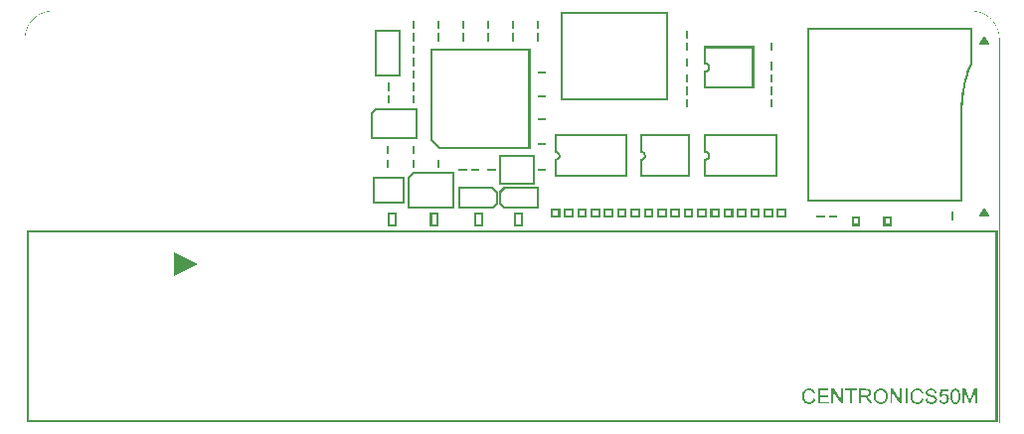
<source format=gto>
%FSLAX46Y46*%
%MOMM*%
%LPD*%
G01*
%ADD10C,0.050000*%
D10*
%LPD*%
%LPD*%
G36*
X0003778447Y0036183180D02*
G01*
X0003718561Y0036178616D01*
X0003659105Y0036172570D01*
X0003600098Y0036165058D01*
X0003541558Y0036156100D01*
X0003483503Y0036145715D01*
X0003425949Y0036133920D01*
X0003368918Y0036120736D01*
X0003312426Y0036106180D01*
X0003256494Y0036090272D01*
X0003201134Y0036073029D01*
X0003146373Y0036054471D01*
X0003092221Y0036034615D01*
X0003038703Y0036013482D01*
X0002985833Y0035991089D01*
X0002933631Y0035967455D01*
X0002882116Y0035942598D01*
X0002831305Y0035916538D01*
X0002781217Y0035889292D01*
X0002731872Y0035860881D01*
X0002683286Y0035831321D01*
X0002635479Y0035800632D01*
X0002588468Y0035768832D01*
X0002542274Y0035735942D01*
X0002496913Y0035701978D01*
X0002452404Y0035666959D01*
X0002408766Y0035630904D01*
X0002366018Y0035593833D01*
X0002324178Y0035555764D01*
X0002283264Y0035516714D01*
X0002243294Y0035476703D01*
X0002204289Y0035435751D01*
X0002166265Y0035393876D01*
X0002129241Y0035351095D01*
X0002093236Y0035307428D01*
X0002058268Y0035262894D01*
X0002024355Y0035217512D01*
X0001991518Y0035171300D01*
X0001959772Y0035124276D01*
X0001929137Y0035076460D01*
X0001899632Y0035027872D01*
X0001871275Y0034978527D01*
X0001844083Y0034928445D01*
X0001818077Y0034877647D01*
X0001793274Y0034826151D01*
X0001769691Y0034773972D01*
X0001747350Y0034721134D01*
X0001726266Y0034667651D01*
X0001706459Y0034613544D01*
X0001687946Y0034558831D01*
X0001670748Y0034503533D01*
X0001654881Y0034447664D01*
X0001640365Y0034391245D01*
X0001627217Y0034334297D01*
X0001615456Y0034276832D01*
X0001605101Y0034218877D01*
X0001596169Y0034160441D01*
X0001588680Y0034101552D01*
X0001582652Y0034042221D01*
X0001578103Y0033982470D01*
X0001575052Y0033922316D01*
X0001573516Y0033861743D01*
X0001573387Y0033831316D01*
X0001573387Y0001083027D01*
X0084536060Y0001083027D01*
X0084536060Y0033831316D01*
X0084535931Y0033861825D01*
X0084534390Y0033922553D01*
X0084531329Y0033982851D01*
X0084526766Y0034042738D01*
X0084520719Y0034102193D01*
X0084513207Y0034161200D01*
X0084504249Y0034219740D01*
X0084493864Y0034277796D01*
X0084482070Y0034335349D01*
X0084468886Y0034392380D01*
X0084454330Y0034448872D01*
X0084438422Y0034504805D01*
X0084421178Y0034560164D01*
X0084402620Y0034614926D01*
X0084382765Y0034669077D01*
X0084361632Y0034722595D01*
X0084339238Y0034775467D01*
X0084315604Y0034827667D01*
X0084290748Y0034879183D01*
X0084264687Y0034929993D01*
X0084237442Y0034980081D01*
X0084209030Y0035029426D01*
X0084179470Y0035078012D01*
X0084148782Y0035125819D01*
X0084116982Y0035172830D01*
X0084084092Y0035219024D01*
X0084050127Y0035264385D01*
X0084015108Y0035308894D01*
X0083979055Y0035352531D01*
X0083941982Y0035395281D01*
X0083903913Y0035437120D01*
X0083864863Y0035478035D01*
X0083824854Y0035518003D01*
X0083783901Y0035557010D01*
X0083742026Y0035595033D01*
X0083699245Y0035632057D01*
X0083655579Y0035668062D01*
X0083611044Y0035703031D01*
X0083565662Y0035736943D01*
X0083519451Y0035769780D01*
X0083472425Y0035801527D01*
X0083424611Y0035832161D01*
X0083376022Y0035861666D01*
X0083326676Y0035890024D01*
X0083276597Y0035917215D01*
X0083225798Y0035943221D01*
X0083174301Y0035968024D01*
X0083122123Y0035991607D01*
X0083069285Y0036013948D01*
X0083015802Y0036035032D01*
X0082961695Y0036054839D01*
X0082906982Y0036073352D01*
X0082851685Y0036090550D01*
X0082795815Y0036106417D01*
X0082739397Y0036120933D01*
X0082682448Y0036134081D01*
X0082624984Y0036145842D01*
X0082567028Y0036156197D01*
X0082508593Y0036165129D01*
X0082449704Y0036172618D01*
X0082390373Y0036178646D01*
X0082330623Y0036183195D01*
X0082270469Y0036186246D01*
X0082209896Y0036187782D01*
X0082179469Y0036187911D01*
X0003929982Y0036187911D01*
X0082245399Y0036222171D01*
X0082271810Y0036221501D01*
X0082332855Y0036218405D01*
X0082393496Y0036213788D01*
X0082453712Y0036207670D01*
X0082513485Y0036200069D01*
X0082572796Y0036191003D01*
X0082631625Y0036180492D01*
X0082689954Y0036168554D01*
X0082747762Y0036155208D01*
X0082805031Y0036140472D01*
X0082861742Y0036124366D01*
X0082917876Y0036106908D01*
X0082973414Y0036088117D01*
X0083028337Y0036068011D01*
X0083082625Y0036046609D01*
X0083136259Y0036023931D01*
X0083189222Y0035999994D01*
X0083241493Y0035974818D01*
X0083293053Y0035948422D01*
X0083343885Y0035920823D01*
X0083393968Y0035892041D01*
X0083443284Y0035862094D01*
X0083491814Y0035831002D01*
X0083539540Y0035798783D01*
X0083586441Y0035765455D01*
X0083632499Y0035731037D01*
X0083677696Y0035695549D01*
X0083722012Y0035659008D01*
X0083765429Y0035621434D01*
X0083807928Y0035582844D01*
X0083849489Y0035543258D01*
X0083890094Y0035502695D01*
X0083929723Y0035461173D01*
X0083968359Y0035418710D01*
X0084005982Y0035375326D01*
X0084042573Y0035331039D01*
X0084078113Y0035285868D01*
X0084112584Y0035239830D01*
X0084145966Y0035192946D01*
X0084178240Y0035145234D01*
X0084209388Y0035096712D01*
X0084239390Y0035047398D01*
X0084268227Y0034997313D01*
X0084295882Y0034946474D01*
X0084322333Y0034894900D01*
X0084347564Y0034842610D01*
X0084371554Y0034789622D01*
X0084394285Y0034735956D01*
X0084415737Y0034681629D01*
X0084435892Y0034626662D01*
X0084454730Y0034571072D01*
X0084472233Y0034514878D01*
X0084488382Y0034458100D01*
X0084503158Y0034400755D01*
X0084516541Y0034342864D01*
X0084528512Y0034284444D01*
X0084539054Y0034225516D01*
X0084548146Y0034166096D01*
X0084555771Y0034106206D01*
X0084561908Y0034045863D01*
X0084566539Y0033985086D01*
X0084569645Y0033923895D01*
X0084571207Y0033862346D01*
X0084571338Y0033831395D01*
X0084571338Y0001047749D01*
X0001538110Y0001047749D01*
X0001538110Y0033831395D01*
X0001538240Y0033862264D01*
X0001539797Y0033923657D01*
X0001542893Y0033984703D01*
X0001547510Y0034045343D01*
X0001553628Y0034105560D01*
X0001561229Y0034165333D01*
X0001570295Y0034224644D01*
X0001580806Y0034283473D01*
X0001592744Y0034341802D01*
X0001606090Y0034399610D01*
X0001620826Y0034456880D01*
X0001636932Y0034513591D01*
X0001654390Y0034569725D01*
X0001673181Y0034625263D01*
X0001693287Y0034680186D01*
X0001714689Y0034734474D01*
X0001737367Y0034788108D01*
X0001761304Y0034841071D01*
X0001786480Y0034893342D01*
X0001812877Y0034944903D01*
X0001840475Y0034995734D01*
X0001869257Y0035045818D01*
X0001899204Y0035095134D01*
X0001930296Y0035143664D01*
X0001962516Y0035191389D01*
X0001995843Y0035238291D01*
X0002030261Y0035284349D01*
X0002065749Y0035329546D01*
X0002102290Y0035373863D01*
X0002139865Y0035417279D01*
X0002178454Y0035459778D01*
X0002218040Y0035501339D01*
X0002258603Y0035541944D01*
X0002300125Y0035581574D01*
X0002342588Y0035620209D01*
X0002385972Y0035657832D01*
X0002430259Y0035694423D01*
X0002475431Y0035729964D01*
X0002521468Y0035764434D01*
X0002568352Y0035797816D01*
X0002616064Y0035830090D01*
X0002664587Y0035861238D01*
X0002713900Y0035891240D01*
X0002763985Y0035920078D01*
X0002814824Y0035947732D01*
X0002866398Y0035974184D01*
X0002918689Y0035999414D01*
X0002971676Y0036023405D01*
X0003025343Y0036046135D01*
X0003079669Y0036067587D01*
X0003134637Y0036087742D01*
X0003190227Y0036106581D01*
X0003246420Y0036124084D01*
X0003303198Y0036140233D01*
X0003360543Y0036155008D01*
X0003418434Y0036168391D01*
X0003476854Y0036180363D01*
X0003535783Y0036190905D01*
X0003549651Y0036193027D01*
X0003899474Y0036187782D01*
X0003838745Y0036186241D01*
G37*
G36*
X0082210416Y0036223058D02*
G01*
X0082245399Y0036222171D01*
X0003929982Y0036187911D01*
X0003899474Y0036187782D01*
X0003549651Y0036193027D01*
X0003595202Y0036199997D01*
X0003655092Y0036207621D01*
X0003715436Y0036213758D01*
X0003776212Y0036218390D01*
X0003837403Y0036221496D01*
X0003898953Y0036223057D01*
X0003929903Y0036223188D01*
X0082179548Y0036223188D01*
G37*
%LPD*%
%LPD*%
G36*
X0036908830Y0024652088D02*
G01*
X0044428790Y0024652088D01*
X0044428790Y0032810955D01*
X0044605179Y0033002330D01*
X0044605179Y0024475699D01*
X0036835768Y0024475699D01*
X0036078546Y0025232917D01*
X0036078546Y0033002330D01*
X0036254935Y0025305980D01*
G37*
G36*
X0044428790Y0032810955D02*
G01*
X0044428790Y0032825942D01*
X0036254935Y0032825942D01*
X0036254935Y0025305980D01*
X0036078546Y0033002330D01*
X0044605179Y0033002330D01*
G37*
%LPD*%
%LPD*%
G36*
X0037972965Y0019536814D02*
G01*
X0037972965Y0022334340D01*
X0034654824Y0022334340D01*
X0038149353Y0022510729D01*
X0038149353Y0019360426D01*
X0034152381Y0019360426D01*
X0034152381Y0022077827D01*
X0034264096Y0022190584D01*
X0034328770Y0022005243D01*
X0034328770Y0019536814D01*
G37*
G36*
X0034654824Y0022334340D02*
G01*
X0034328770Y0022005243D01*
X0034264096Y0022190584D01*
X0034581281Y0022510729D01*
X0038149353Y0022510729D01*
G37*
%LPD*%
%LPD*%
G36*
X0036618299Y0018041039D02*
G01*
X0036794688Y0019039399D01*
X0036794688Y0017864650D01*
X0036046800Y0017864650D01*
X0036046800Y0019039399D01*
X0036223188Y0018041039D01*
G37*
G36*
X0036223188Y0018863010D02*
G01*
X0036223188Y0018041039D01*
X0036046800Y0019039399D01*
X0036794688Y0019039399D01*
X0036618299Y0018041039D01*
X0036618299Y0018863010D01*
G37*
%LPD*%
%LPD*%
G36*
X0081394798Y0022884812D02*
G01*
X0081382664Y0020625929D01*
X0081378116Y0019935454D01*
X0068195409Y0019935454D01*
X0068195409Y0034783856D01*
X0068371797Y0020111842D01*
X0081202885Y0020111842D01*
G37*
G36*
X0082218312Y0031690507D02*
G01*
X0082203567Y0031660759D01*
X0082158574Y0031560641D01*
X0082113267Y0031452294D01*
X0082057231Y0031308983D01*
X0081992864Y0031131723D01*
X0081958494Y0031029719D01*
X0082000708Y0031639670D01*
X0082041923Y0031731382D01*
X0082041923Y0032235197D01*
X0082218312Y0034783856D01*
G37*
G36*
X0082041923Y0032235197D02*
G01*
X0082041923Y0034607468D01*
X0068371797Y0034607468D01*
X0068371797Y0020111842D01*
X0068195409Y0034783856D01*
X0082218312Y0034783856D01*
G37*
G36*
X0081224145Y0023953000D02*
G01*
X0081231217Y0025808826D01*
X0081233822Y0026955822D01*
X0081234070Y0027463888D01*
X0081234467Y0027586929D01*
X0081239082Y0027828015D01*
X0081248020Y0028063252D01*
X0081260981Y0028292378D01*
X0081277667Y0028515276D01*
X0081297781Y0028731826D01*
X0081321026Y0028941911D01*
X0081347104Y0029145412D01*
X0081375718Y0029342213D01*
X0081406571Y0029532194D01*
X0081439364Y0029715239D01*
X0081473802Y0029891229D01*
X0081509586Y0030060048D01*
X0081546421Y0030221578D01*
X0081584007Y0030375701D01*
X0081622050Y0030522301D01*
X0081660250Y0030661260D01*
X0081698313Y0030792460D01*
X0081735940Y0030915786D01*
X0081772865Y0031031211D01*
X0081826366Y0031189994D01*
X0081892170Y0031371211D01*
X0081949739Y0031518446D01*
X0081996735Y0031630830D01*
X0082000708Y0031639670D01*
X0081958494Y0031029719D01*
X0081940453Y0030976174D01*
X0081904304Y0030863175D01*
X0081867378Y0030742147D01*
X0081830000Y0030613306D01*
X0081792465Y0030476769D01*
X0081755067Y0030332652D01*
X0081718100Y0030181071D01*
X0081681861Y0030022149D01*
X0081646643Y0029856003D01*
X0081612740Y0029682747D01*
X0081580448Y0029502503D01*
X0081550061Y0029315384D01*
X0081521872Y0029121510D01*
X0081496178Y0028921000D01*
X0081473271Y0028713970D01*
X0081453446Y0028500533D01*
X0081436997Y0028280813D01*
X0081424220Y0028054921D01*
X0081415407Y0027822979D01*
X0081410851Y0027584956D01*
X0081410459Y0027463564D01*
X0081410211Y0026955576D01*
X0081407605Y0025808296D01*
X0081400532Y0023952192D01*
X0081394798Y0022884812D01*
X0081202885Y0020111842D01*
X0081206278Y0020626988D01*
G37*
%LPD*%
G36*
X0083587089Y0033397441D02*
G01*
X0082941502Y0033397441D01*
X0083259009Y0033933663D01*
G37*
%LPD*%
%ADD11C,0.152757*%
D11*
X0083259009Y0033933663D02*
G01*
X0083587089Y0033397441D01*
X0082941502Y0033397441D01*
X0083259009Y0033933663D01*
%LPD*%
%LPD*%
G36*
X0046847981Y0024272245D02*
G01*
X0046887506Y0024259979D01*
X0046925247Y0024244044D01*
X0046960977Y0024224660D01*
X0046994482Y0024202044D01*
X0047025563Y0024176405D01*
X0047054022Y0024147946D01*
X0047079661Y0024116865D01*
X0047102278Y0024083359D01*
X0047121661Y0024047630D01*
X0047137597Y0024009889D01*
X0047149863Y0023970364D01*
X0047158243Y0023929302D01*
X0047162453Y0023887719D01*
X0047162830Y0023865394D01*
X0047162453Y0023843070D01*
X0047158243Y0023801486D01*
X0047149863Y0023760425D01*
X0047137597Y0023720900D01*
X0047121661Y0023683159D01*
X0047102278Y0023647430D01*
X0047079661Y0023613924D01*
X0047054022Y0023582843D01*
X0047025563Y0023554384D01*
X0046994482Y0023528745D01*
X0046960977Y0023506129D01*
X0046925247Y0023486745D01*
X0046887506Y0023470810D01*
X0046847981Y0023458543D01*
X0046831206Y0023455120D01*
X0046831206Y0022235563D01*
X0052683784Y0022235563D01*
X0052683784Y0025505810D01*
X0052108032Y0025505810D01*
X0052860173Y0025682198D01*
X0052860173Y0022059174D01*
X0046654818Y0022059174D01*
X0046654818Y0023620501D01*
X0046754945Y0023622192D01*
X0046780335Y0023624762D01*
X0046804096Y0023629612D01*
X0046826913Y0023636693D01*
X0046848704Y0023645893D01*
X0046869364Y0023657102D01*
X0046888775Y0023670204D01*
X0046906807Y0023685079D01*
X0046923327Y0023701599D01*
X0046938202Y0023719632D01*
X0046951305Y0023739043D01*
X0046962513Y0023759703D01*
X0046971713Y0023781493D01*
X0046978795Y0023804310D01*
X0046983644Y0023828072D01*
X0046986214Y0023853461D01*
X0046986416Y0023865394D01*
X0046986214Y0023877328D01*
X0046983644Y0023902717D01*
X0046978795Y0023926479D01*
X0046971713Y0023949296D01*
X0046962513Y0023971086D01*
X0046951305Y0023991746D01*
X0046938202Y0024011157D01*
X0046923327Y0024029189D01*
X0046906807Y0024045709D01*
X0046888775Y0024060585D01*
X0046869364Y0024073687D01*
X0046848704Y0024084896D01*
X0046826913Y0024094096D01*
X0046804096Y0024101177D01*
X0046780335Y0024106026D01*
X0046754945Y0024108597D01*
X0046654818Y0024110288D01*
X0046654818Y0025682198D01*
X0046831206Y0024275669D01*
G37*
G36*
X0052108032Y0025505810D02*
G01*
X0046831206Y0025505810D01*
X0046831206Y0024275669D01*
X0046654818Y0025682198D01*
X0052860173Y0025682198D01*
G37*
%LPD*%
%LPD*%
G36*
X0059600886Y0024272245D02*
G01*
X0059640411Y0024259979D01*
X0059678152Y0024244044D01*
X0059713881Y0024224660D01*
X0059747387Y0024202044D01*
X0059778468Y0024176405D01*
X0059806927Y0024147946D01*
X0059832566Y0024116865D01*
X0059855182Y0024083359D01*
X0059874566Y0024047630D01*
X0059890501Y0024009889D01*
X0059902768Y0023970364D01*
X0059911148Y0023929302D01*
X0059915357Y0023887719D01*
X0059915735Y0023865394D01*
X0059915357Y0023843070D01*
X0059911148Y0023801486D01*
X0059902768Y0023760425D01*
X0059890501Y0023720900D01*
X0059874566Y0023683159D01*
X0059855182Y0023647430D01*
X0059832566Y0023613924D01*
X0059806927Y0023582843D01*
X0059778468Y0023554384D01*
X0059747387Y0023528745D01*
X0059713881Y0023506129D01*
X0059678152Y0023486745D01*
X0059640411Y0023470810D01*
X0059600886Y0023458543D01*
X0059584111Y0023455120D01*
X0059584111Y0022235563D01*
X0065436689Y0022235563D01*
X0065436689Y0025505810D01*
X0064860937Y0025505810D01*
X0065613078Y0025682198D01*
X0065613078Y0022059174D01*
X0059407722Y0022059174D01*
X0059407722Y0023620501D01*
X0059507850Y0023622192D01*
X0059533239Y0023624762D01*
X0059557001Y0023629612D01*
X0059579818Y0023636693D01*
X0059601608Y0023645893D01*
X0059622268Y0023657102D01*
X0059641679Y0023670204D01*
X0059659712Y0023685079D01*
X0059676232Y0023701599D01*
X0059691107Y0023719632D01*
X0059704209Y0023739043D01*
X0059715418Y0023759703D01*
X0059724618Y0023781493D01*
X0059731699Y0023804310D01*
X0059736549Y0023828072D01*
X0059739119Y0023853461D01*
X0059739321Y0023865394D01*
X0059739119Y0023877328D01*
X0059736549Y0023902717D01*
X0059731699Y0023926479D01*
X0059724618Y0023949296D01*
X0059715418Y0023971086D01*
X0059704209Y0023991746D01*
X0059691107Y0024011157D01*
X0059676232Y0024029189D01*
X0059659712Y0024045709D01*
X0059641679Y0024060585D01*
X0059622268Y0024073687D01*
X0059601608Y0024084896D01*
X0059579818Y0024094096D01*
X0059557001Y0024101177D01*
X0059533239Y0024106026D01*
X0059507850Y0024108597D01*
X0059407722Y0024110288D01*
X0059407722Y0025682198D01*
X0059584111Y0024275669D01*
G37*
G36*
X0064860937Y0025505810D02*
G01*
X0059584111Y0025505810D01*
X0059584111Y0024275669D01*
X0059407722Y0025682198D01*
X0065613078Y0025682198D01*
G37*
%LPD*%
%LPD*%
G36*
X0034829718Y0025431726D02*
G01*
X0034829718Y0027767113D01*
X0031504280Y0027767113D01*
X0035006106Y0027943502D01*
X0035006106Y0025255338D01*
X0031026777Y0025255338D01*
X0031026777Y0027539061D01*
X0031135875Y0027648160D01*
X0031203165Y0027465999D01*
X0031203165Y0025431726D01*
G37*
G36*
X0031504280Y0027767113D02*
G01*
X0031203165Y0027465999D01*
X0031135875Y0027648160D01*
X0031431217Y0027943502D01*
X0035006106Y0027943502D01*
G37*
%LPD*%
%LPD*%
G36*
X0054136363Y0024272245D02*
G01*
X0054175888Y0024259979D01*
X0054213629Y0024244044D01*
X0054249359Y0024224660D01*
X0054282864Y0024202044D01*
X0054313945Y0024176405D01*
X0054342404Y0024147946D01*
X0054368043Y0024116865D01*
X0054390660Y0024083359D01*
X0054410044Y0024047630D01*
X0054425979Y0024009889D01*
X0054438245Y0023970364D01*
X0054446625Y0023929302D01*
X0054450835Y0023887719D01*
X0054451212Y0023865394D01*
X0054450835Y0023843070D01*
X0054446625Y0023801486D01*
X0054438245Y0023760425D01*
X0054425979Y0023720900D01*
X0054410044Y0023683159D01*
X0054390660Y0023647430D01*
X0054368043Y0023613924D01*
X0054342404Y0023582843D01*
X0054313945Y0023554384D01*
X0054282864Y0023528745D01*
X0054249359Y0023506129D01*
X0054213629Y0023486745D01*
X0054175888Y0023470810D01*
X0054136363Y0023458543D01*
X0054119588Y0023455120D01*
X0054119588Y0022235563D01*
X0058014251Y0022235563D01*
X0058014251Y0025505810D01*
X0057683440Y0025505810D01*
X0058190640Y0025682198D01*
X0058190640Y0022059174D01*
X0053943200Y0022059174D01*
X0053943200Y0023620501D01*
X0054043327Y0023622192D01*
X0054068717Y0023624762D01*
X0054092478Y0023629612D01*
X0054115295Y0023636693D01*
X0054137086Y0023645893D01*
X0054157746Y0023657102D01*
X0054177157Y0023670204D01*
X0054195189Y0023685079D01*
X0054211709Y0023701599D01*
X0054226584Y0023719632D01*
X0054239687Y0023739043D01*
X0054250895Y0023759703D01*
X0054260096Y0023781493D01*
X0054267177Y0023804310D01*
X0054272026Y0023828072D01*
X0054274596Y0023853461D01*
X0054274798Y0023865394D01*
X0054274596Y0023877328D01*
X0054272026Y0023902717D01*
X0054267177Y0023926479D01*
X0054260096Y0023949296D01*
X0054250895Y0023971086D01*
X0054239687Y0023991746D01*
X0054226584Y0024011157D01*
X0054211709Y0024029189D01*
X0054195189Y0024045709D01*
X0054177157Y0024060585D01*
X0054157746Y0024073687D01*
X0054137086Y0024084896D01*
X0054115295Y0024094096D01*
X0054092478Y0024101177D01*
X0054068717Y0024106026D01*
X0054043327Y0024108597D01*
X0053943200Y0024110288D01*
X0053943200Y0025682198D01*
X0054119588Y0024275669D01*
G37*
G36*
X0057683440Y0025505810D02*
G01*
X0054119588Y0025505810D01*
X0054119588Y0024275669D01*
X0053943200Y0025682198D01*
X0058190640Y0025682198D01*
G37*
%LPD*%
%LPD*%
G36*
X0065101554Y0018764234D02*
G01*
X0065277943Y0019335732D01*
X0065277943Y0018587845D01*
X0064455968Y0018587845D01*
X0064455968Y0019335732D01*
X0064632356Y0018764234D01*
G37*
G36*
X0064632356Y0019159343D02*
G01*
X0064632356Y0018764234D01*
X0064455968Y0019335732D01*
X0065277943Y0019335732D01*
X0065101554Y0018764234D01*
X0065101554Y0019159343D01*
G37*
%LPD*%
%LPD*%
G36*
X0066233966Y0018764234D02*
G01*
X0066410355Y0019335732D01*
X0066410355Y0018587845D01*
X0065588383Y0018587845D01*
X0065588383Y0019335732D01*
X0065764772Y0018764234D01*
G37*
G36*
X0065764772Y0019159343D02*
G01*
X0065764772Y0018764234D01*
X0065588383Y0019335732D01*
X0066410355Y0019335732D01*
X0066233966Y0018764234D01*
X0066233966Y0019159343D01*
G37*
%LPD*%
%LPD*%
G36*
X0062836712Y0018764234D02*
G01*
X0063013101Y0019335732D01*
X0063013101Y0018587845D01*
X0062191136Y0018587845D01*
X0062191136Y0019335732D01*
X0062367525Y0018764234D01*
G37*
G36*
X0062367525Y0019159343D02*
G01*
X0062367525Y0018764234D01*
X0062191136Y0019335732D01*
X0063013101Y0019335732D01*
X0062836712Y0018764234D01*
X0062836712Y0019159343D01*
G37*
%LPD*%
%LPD*%
G36*
X0063969135Y0018764234D02*
G01*
X0064145524Y0019335732D01*
X0064145524Y0018587845D01*
X0063323545Y0018587845D01*
X0063323545Y0019335732D01*
X0063499934Y0018764234D01*
G37*
G36*
X0063499934Y0019159343D02*
G01*
X0063499934Y0018764234D01*
X0063323545Y0019335732D01*
X0064145524Y0019335732D01*
X0063969135Y0018764234D01*
X0063969135Y0019159343D01*
G37*
%LPD*%
%LPD*%
G36*
X0060568360Y0018764234D02*
G01*
X0060744749Y0019335732D01*
X0060744749Y0018587845D01*
X0059922777Y0018587845D01*
X0059922777Y0019335732D01*
X0060099166Y0018764234D01*
G37*
G36*
X0060099166Y0019159343D02*
G01*
X0060099166Y0018764234D01*
X0059922777Y0019335732D01*
X0060744749Y0019335732D01*
X0060568360Y0018764234D01*
X0060568360Y0019159343D01*
G37*
%LPD*%
%LPD*%
G36*
X0061700783Y0018764234D02*
G01*
X0061877172Y0019335732D01*
X0061877172Y0018587845D01*
X0061055193Y0018587845D01*
X0061055193Y0019335732D01*
X0061231582Y0018764234D01*
G37*
G36*
X0061231582Y0019159343D02*
G01*
X0061231582Y0018764234D01*
X0061055193Y0019335732D01*
X0061877172Y0019335732D01*
X0061700783Y0018764234D01*
X0061700783Y0019159343D01*
G37*
%LPD*%
%LPD*%
G36*
X0058303529Y0018764234D02*
G01*
X0058479918Y0019335732D01*
X0058479918Y0018587845D01*
X0057657946Y0018587845D01*
X0057657946Y0019335732D01*
X0057834335Y0018764234D01*
G37*
G36*
X0057834335Y0019159343D02*
G01*
X0057834335Y0018764234D01*
X0057657946Y0019335732D01*
X0058479918Y0019335732D01*
X0058303529Y0018764234D01*
X0058303529Y0019159343D01*
G37*
%LPD*%
%LPD*%
G36*
X0059435945Y0018764234D02*
G01*
X0059612333Y0019335732D01*
X0059612333Y0018587845D01*
X0058790362Y0018587845D01*
X0058790362Y0019335732D01*
X0058966751Y0018764234D01*
G37*
G36*
X0058966751Y0019159343D02*
G01*
X0058966751Y0018764234D01*
X0058790362Y0019335732D01*
X0059612333Y0019335732D01*
X0059435945Y0018764234D01*
X0059435945Y0019159343D01*
G37*
%LPD*%
%LPD*%
G36*
X0056035170Y0018764234D02*
G01*
X0056211559Y0019335732D01*
X0056211559Y0018587845D01*
X0055389587Y0018587845D01*
X0055389587Y0019335732D01*
X0055565976Y0018764234D01*
G37*
G36*
X0055565976Y0019159343D02*
G01*
X0055565976Y0018764234D01*
X0055389587Y0019335732D01*
X0056211559Y0019335732D01*
X0056035170Y0018764234D01*
X0056035170Y0019159343D01*
G37*
%LPD*%
%LPD*%
G36*
X0057167586Y0018764234D02*
G01*
X0057343974Y0019335732D01*
X0057343974Y0018587845D01*
X0056522003Y0018587845D01*
X0056522003Y0019335732D01*
X0056698392Y0018764234D01*
G37*
G36*
X0056698392Y0019159343D02*
G01*
X0056698392Y0018764234D01*
X0056522003Y0019335732D01*
X0057343974Y0019335732D01*
X0057167586Y0018764234D01*
X0057167586Y0019159343D01*
G37*
%LPD*%
%LPD*%
G36*
X0053766811Y0018764234D02*
G01*
X0053943200Y0019335732D01*
X0053943200Y0018587845D01*
X0053121228Y0018587845D01*
X0053121228Y0019335732D01*
X0053297617Y0018764234D01*
G37*
G36*
X0053297617Y0019159343D02*
G01*
X0053297617Y0018764234D01*
X0053121228Y0019335732D01*
X0053943200Y0019335732D01*
X0053766811Y0018764234D01*
X0053766811Y0019159343D01*
G37*
%LPD*%
%LPD*%
G36*
X0054902754Y0018764234D02*
G01*
X0055079143Y0019335732D01*
X0055079143Y0018587845D01*
X0054257172Y0018587845D01*
X0054257172Y0019335732D01*
X0054433560Y0018764234D01*
G37*
G36*
X0054433560Y0019159343D02*
G01*
X0054433560Y0018764234D01*
X0054257172Y0019335732D01*
X0055079143Y0019335732D01*
X0054902754Y0018764234D01*
X0054902754Y0019159343D01*
G37*
%LPD*%
%LPD*%
G36*
X0051501980Y0018764234D02*
G01*
X0051678368Y0019335732D01*
X0051678368Y0018587845D01*
X0050856397Y0018587845D01*
X0050856397Y0019335732D01*
X0051032786Y0018764234D01*
G37*
G36*
X0051032786Y0019159343D02*
G01*
X0051032786Y0018764234D01*
X0050856397Y0019335732D01*
X0051678368Y0019335732D01*
X0051501980Y0018764234D01*
X0051501980Y0019159343D01*
G37*
%LPD*%
%LPD*%
G36*
X0052634395Y0018764234D02*
G01*
X0052810784Y0019335732D01*
X0052810784Y0018587845D01*
X0051988813Y0018587845D01*
X0051988813Y0019335732D01*
X0052165201Y0018764234D01*
G37*
G36*
X0052165201Y0019159343D02*
G01*
X0052165201Y0018764234D01*
X0051988813Y0019335732D01*
X0052810784Y0019335732D01*
X0052634395Y0018764234D01*
X0052634395Y0019159343D01*
G37*
%LPD*%
%LPD*%
G36*
X0049233621Y0018764234D02*
G01*
X0049410009Y0019335732D01*
X0049410009Y0018587845D01*
X0048588038Y0018587845D01*
X0048588038Y0019335732D01*
X0048764427Y0018764234D01*
G37*
G36*
X0048764427Y0019159343D02*
G01*
X0048764427Y0018764234D01*
X0048588038Y0019335732D01*
X0049410009Y0019335732D01*
X0049233621Y0018764234D01*
X0049233621Y0019159343D01*
G37*
%LPD*%
%LPD*%
G36*
X0050369564Y0018764234D02*
G01*
X0050545953Y0019335732D01*
X0050545953Y0018587845D01*
X0049723981Y0018587845D01*
X0049723981Y0019335732D01*
X0049900370Y0018764234D01*
G37*
G36*
X0049900370Y0019159343D02*
G01*
X0049900370Y0018764234D01*
X0049723981Y0019335732D01*
X0050545953Y0019335732D01*
X0050369564Y0018764234D01*
X0050369564Y0019159343D01*
G37*
%LPD*%
%LPD*%
G36*
X0046968790Y0018764234D02*
G01*
X0047145178Y0019335732D01*
X0047145178Y0018587845D01*
X0046323207Y0018587845D01*
X0046323207Y0019335732D01*
X0046499596Y0018764234D01*
G37*
G36*
X0046499596Y0019159343D02*
G01*
X0046499596Y0018764234D01*
X0046323207Y0019335732D01*
X0047145178Y0019335732D01*
X0046968790Y0018764234D01*
X0046968790Y0019159343D01*
G37*
%LPD*%
%LPD*%
G36*
X0048101205Y0018764234D02*
G01*
X0048277594Y0019335732D01*
X0048277594Y0018587845D01*
X0047455622Y0018587845D01*
X0047455622Y0019335732D01*
X0047632011Y0018764234D01*
G37*
G36*
X0047632011Y0019159343D02*
G01*
X0047632011Y0018764234D01*
X0047455622Y0019335732D01*
X0048277594Y0019335732D01*
X0048101205Y0018764234D01*
X0048101205Y0019159343D01*
G37*
%LPD*%
%LPD*%
G36*
X0033718472Y0019931926D02*
G01*
X0033894861Y0022055648D01*
X0033894861Y0019755537D01*
X0031171415Y0019755537D01*
X0031171415Y0022055648D01*
X0031347804Y0019931926D01*
G37*
G36*
X0031347804Y0021879259D02*
G01*
X0031347804Y0019931926D01*
X0031171415Y0022055648D01*
X0033894861Y0022055648D01*
X0033718472Y0019931926D01*
X0033718472Y0021879259D01*
G37*
%LPD*%
%LPD*%
G36*
X0059600886Y0031796988D02*
G01*
X0059640411Y0031784722D01*
X0059678152Y0031768787D01*
X0059713881Y0031749403D01*
X0059747387Y0031726787D01*
X0059778468Y0031701148D01*
X0059806927Y0031672689D01*
X0059832566Y0031641608D01*
X0059855182Y0031608102D01*
X0059874566Y0031572373D01*
X0059890501Y0031534632D01*
X0059902768Y0031495107D01*
X0059911148Y0031454045D01*
X0059915357Y0031412462D01*
X0059915735Y0031390137D01*
X0059915357Y0031367813D01*
X0059911148Y0031326229D01*
X0059902768Y0031285168D01*
X0059890501Y0031245643D01*
X0059874566Y0031207902D01*
X0059855182Y0031172173D01*
X0059832566Y0031138667D01*
X0059806927Y0031107586D01*
X0059778468Y0031079127D01*
X0059747387Y0031053488D01*
X0059713881Y0031030872D01*
X0059678152Y0031011488D01*
X0059640411Y0030995553D01*
X0059600886Y0030983286D01*
X0059584111Y0030979863D01*
X0059584111Y0029760305D01*
X0063478774Y0029760305D01*
X0063478774Y0033030553D01*
X0063147962Y0033030553D01*
X0063655163Y0033206941D01*
X0063655163Y0029583916D01*
X0059407722Y0029583916D01*
X0059407722Y0031145244D01*
X0059507850Y0031146935D01*
X0059533239Y0031149505D01*
X0059557001Y0031154355D01*
X0059579818Y0031161436D01*
X0059601608Y0031170636D01*
X0059622268Y0031181845D01*
X0059641679Y0031194947D01*
X0059659712Y0031209822D01*
X0059676232Y0031226342D01*
X0059691107Y0031244375D01*
X0059704209Y0031263786D01*
X0059715418Y0031284446D01*
X0059724618Y0031306236D01*
X0059731699Y0031329053D01*
X0059736549Y0031352815D01*
X0059739119Y0031378204D01*
X0059739321Y0031390137D01*
X0059739119Y0031402071D01*
X0059736549Y0031427460D01*
X0059731699Y0031451222D01*
X0059724618Y0031474039D01*
X0059715418Y0031495829D01*
X0059704209Y0031516489D01*
X0059691107Y0031535900D01*
X0059676232Y0031553932D01*
X0059659712Y0031570452D01*
X0059641679Y0031585328D01*
X0059622268Y0031598430D01*
X0059601608Y0031609639D01*
X0059579818Y0031618839D01*
X0059557001Y0031625920D01*
X0059533239Y0031630769D01*
X0059507850Y0031633340D01*
X0059407722Y0031635031D01*
X0059407722Y0033206941D01*
X0059584111Y0031800412D01*
G37*
G36*
X0063147962Y0033030553D02*
G01*
X0059584111Y0033030553D01*
X0059584111Y0031800412D01*
X0059407722Y0033206941D01*
X0063655163Y0033206941D01*
G37*
%LPD*%
%LPD*%
G36*
X0033051719Y0018041039D02*
G01*
X0033228108Y0019039399D01*
X0033228108Y0017864650D01*
X0032480220Y0017864650D01*
X0032480220Y0019039399D01*
X0032656608Y0018041039D01*
G37*
G36*
X0032656608Y0018863010D02*
G01*
X0032656608Y0018041039D01*
X0032480220Y0019039399D01*
X0033228108Y0019039399D01*
X0033051719Y0018041039D01*
X0033051719Y0018863010D01*
G37*
%LPD*%
%LPD*%
G36*
X0044781569Y0021561760D02*
G01*
X0044957958Y0023946533D01*
X0044957958Y0021385371D01*
X0041927600Y0021385371D01*
X0041927600Y0023946533D01*
X0042103989Y0021561760D01*
G37*
G36*
X0042103989Y0023770145D02*
G01*
X0042103989Y0021561760D01*
X0041927600Y0023946533D01*
X0044957958Y0023946533D01*
X0044781569Y0021561760D01*
X0044781569Y0023770145D01*
G37*
%LPD*%
%LPD*%
G36*
X0041663017Y0019837929D02*
G01*
X0041663017Y0020604633D01*
X0041750444Y0020914668D01*
X0041839405Y0020825706D01*
X0041839405Y0019764867D01*
X0041434965Y0019360426D01*
X0038424520Y0019360426D01*
X0038424520Y0021230147D01*
X0038600908Y0019536814D01*
X0041361902Y0019536814D01*
G37*
G36*
X0041750444Y0020914668D02*
G01*
X0041663017Y0020604633D01*
X0041663017Y0020752644D01*
X0041361902Y0021053758D01*
X0038600908Y0021053758D01*
X0038600908Y0019536814D01*
X0038424520Y0021230147D01*
X0041434965Y0021230147D01*
G37*
%LPD*%
%LPD*%
G36*
X0040375381Y0018041039D02*
G01*
X0040551770Y0019039399D01*
X0040551770Y0017864650D01*
X0039803880Y0017864650D01*
X0039803880Y0019039399D01*
X0039980268Y0018041039D01*
G37*
G36*
X0039980268Y0018863010D02*
G01*
X0039980268Y0018041039D01*
X0039803880Y0019039399D01*
X0040551770Y0019039399D01*
X0040375381Y0018041039D01*
X0040375381Y0018863010D01*
G37*
%LPD*%
%LPD*%
G36*
X0043776157Y0018041039D02*
G01*
X0043952546Y0019039399D01*
X0043952546Y0017864650D01*
X0043204654Y0017864650D01*
X0043204654Y0019039399D01*
X0043381043Y0018041039D01*
G37*
G36*
X0043381043Y0018863010D02*
G01*
X0043381043Y0018041039D01*
X0043204654Y0019039399D01*
X0043952546Y0019039399D01*
X0043776157Y0018041039D01*
X0043776157Y0018863010D01*
G37*
%LPD*%
%LPD*%
G36*
X0042412158Y0019536814D02*
G01*
X0045173152Y0019536814D01*
X0045173152Y0021053758D01*
X0042412158Y0021053758D01*
X0045349541Y0021230147D01*
X0045349541Y0019360426D01*
X0042339096Y0019360426D01*
X0041934655Y0019764867D01*
X0041934655Y0020825706D01*
X0042043754Y0020934805D01*
X0042111044Y0020752644D01*
X0042111044Y0019837929D01*
G37*
G36*
X0042412158Y0021053758D02*
G01*
X0042111044Y0020752644D01*
X0042043754Y0020934805D01*
X0042339096Y0021230147D01*
X0045349541Y0021230147D01*
G37*
%LPD*%
%LPD*%
G36*
X0056130420Y0028779584D02*
G01*
X0056306809Y0036127939D01*
X0056306809Y0028603195D01*
X0047191039Y0028603195D01*
X0047191039Y0036127939D01*
X0047367428Y0028779584D01*
G37*
G36*
X0047367428Y0035951550D02*
G01*
X0047367428Y0028779584D01*
X0047191039Y0036127939D01*
X0056306809Y0036127939D01*
X0056130420Y0028779584D01*
X0056130420Y0035951550D01*
G37*
%LPD*%
%LPD*%
G36*
X0033415080Y0030776304D02*
G01*
X0033591469Y0034603940D01*
X0033591469Y0030599915D01*
X0031323113Y0030599915D01*
X0031323113Y0034603940D01*
X0031499502Y0030776304D01*
G37*
G36*
X0031499502Y0034427551D02*
G01*
X0031499502Y0030776304D01*
X0031323113Y0034603940D01*
X0033591469Y0034603940D01*
X0033415080Y0030776304D01*
X0033415080Y0034427551D01*
G37*
%LPD*%
%LPD*%
G36*
X0072531040Y0018051622D02*
G01*
X0072707429Y0018697204D01*
X0072707429Y0017875233D01*
X0071959544Y0017875233D01*
X0071959544Y0018697204D01*
X0072135933Y0018051622D01*
G37*
G36*
X0072135933Y0018520815D02*
G01*
X0072135933Y0018051622D01*
X0071959544Y0018697204D01*
X0072707429Y0018697204D01*
X0072531040Y0018051622D01*
X0072531040Y0018520815D01*
G37*
%LPD*%
%LPD*%
G36*
X0075226260Y0018051622D02*
G01*
X0075402648Y0018697204D01*
X0075402648Y0017875233D01*
X0074654767Y0017875233D01*
X0074654767Y0018697204D01*
X0074831156Y0018051622D01*
G37*
G36*
X0074831156Y0018520815D02*
G01*
X0074831156Y0018051622D01*
X0074654767Y0018697204D01*
X0075402648Y0018697204D01*
X0075226260Y0018051622D01*
X0075226260Y0018520815D01*
G37*
%LPD*%
G36*
X0083587089Y0018728955D02*
G01*
X0082941502Y0018728955D01*
X0083259009Y0019265176D01*
G37*
%LPD*%
X0083259009Y0019265176D02*
G01*
X0083587089Y0018728955D01*
X0082941502Y0018728955D01*
X0083259009Y0019265176D01*
%LPD*%
%LPD*%
G36*
X0045931624Y0026902808D02*
G01*
X0045215486Y0026902808D01*
X0045215486Y0027079197D01*
X0045931624Y0027079197D01*
G37*
%LPD*%
%LPD*%
G36*
X0045931624Y0028864251D02*
G01*
X0045215486Y0028864251D01*
X0045215486Y0029040640D01*
X0045931624Y0029040640D01*
G37*
%LPD*%
%LPD*%
G36*
X0045931624Y0030836277D02*
G01*
X0045215486Y0030836277D01*
X0045215486Y0031012666D01*
X0045931624Y0031012666D01*
G37*
%LPD*%
%LPD*%
G36*
X0045931624Y0024754394D02*
G01*
X0045215486Y0024754394D01*
X0045215486Y0024930782D01*
X0045931624Y0024930782D01*
G37*
%LPD*%
%LPD*%
G36*
X0045931624Y0022577757D02*
G01*
X0045215486Y0022577757D01*
X0045215486Y0022754145D01*
X0045931624Y0022754145D01*
G37*
%LPD*%
%LPD*%
G36*
X0039207689Y0022577757D02*
G01*
X0038491544Y0022577757D01*
X0038491544Y0022754145D01*
X0039207689Y0022754145D01*
G37*
%LPD*%
%LPD*%
G36*
X0040266018Y0022577757D02*
G01*
X0039549880Y0022577757D01*
X0039549880Y0022754145D01*
X0040266018Y0022754145D01*
G37*
%LPD*%
%LPD*%
G36*
X0041677128Y0022577757D02*
G01*
X0040960990Y0022577757D01*
X0040960990Y0022754145D01*
X0041677128Y0022754145D01*
G37*
%LPD*%
%LPD*%
G36*
X0070745990Y0018587845D02*
G01*
X0070033386Y0018587845D01*
X0070033386Y0018764234D01*
X0070745990Y0018764234D01*
G37*
%LPD*%
%LPD*%
G36*
X0069687650Y0018587845D02*
G01*
X0068975047Y0018587845D01*
X0068975047Y0018764234D01*
X0069687650Y0018764234D01*
G37*
%LPD*%
%LPD*%
G36*
X0036868771Y0022824701D02*
G01*
X0036692382Y0022824701D01*
X0036692382Y0023540839D01*
X0036868771Y0023540839D01*
G37*
%LPD*%
%LPD*%
G36*
X0034720357Y0022824701D02*
G01*
X0034543968Y0022824701D01*
X0034543968Y0023540839D01*
X0034720357Y0023540839D01*
G37*
%LPD*%
%LPD*%
G36*
X0034720357Y0024006505D02*
G01*
X0034543968Y0024006505D01*
X0034543968Y0024722644D01*
X0034720357Y0024722644D01*
G37*
%LPD*%
%LPD*%
G36*
X0032568414Y0022824701D02*
G01*
X0032392025Y0022824701D01*
X0032392025Y0023540839D01*
X0032568414Y0023540839D01*
G37*
%LPD*%
%LPD*%
G36*
X0032568414Y0024017089D02*
G01*
X0032392025Y0024017089D01*
X0032392025Y0024733227D01*
X0032568414Y0024733227D01*
G37*
%LPD*%
%LPD*%
G36*
X0034752106Y0028328028D02*
G01*
X0034575718Y0028328028D01*
X0034575718Y0029044167D01*
X0034752106Y0029044167D01*
G37*
%LPD*%
%LPD*%
G36*
X0034752106Y0029386361D02*
G01*
X0034575718Y0029386361D01*
X0034575718Y0030102500D01*
X0034752106Y0030102500D01*
G37*
%LPD*%
%LPD*%
G36*
X0034752106Y0030444694D02*
G01*
X0034575718Y0030444694D01*
X0034575718Y0031160832D01*
X0034752106Y0031160832D01*
G37*
%LPD*%
%LPD*%
G36*
X0034752106Y0031503026D02*
G01*
X0034575718Y0031503026D01*
X0034575718Y0032219164D01*
X0034752106Y0032219164D01*
G37*
%LPD*%
%LPD*%
G36*
X0032603688Y0028328028D02*
G01*
X0032427300Y0028328028D01*
X0032427300Y0029044167D01*
X0032603688Y0029044167D01*
G37*
%LPD*%
%LPD*%
G36*
X0032603688Y0029386361D02*
G01*
X0032427300Y0029386361D01*
X0032427300Y0030102500D01*
X0032603688Y0030102500D01*
G37*
%LPD*%
%LPD*%
G36*
X0034752106Y0034678023D02*
G01*
X0034575718Y0034678023D01*
X0034575718Y0035394161D01*
X0034752106Y0035394161D01*
G37*
%LPD*%
%LPD*%
G36*
X0034752106Y0033619691D02*
G01*
X0034575718Y0033619691D01*
X0034575718Y0034335829D01*
X0034752106Y0034335829D01*
G37*
%LPD*%
%LPD*%
G36*
X0034752106Y0032561359D02*
G01*
X0034575718Y0032561359D01*
X0034575718Y0033277497D01*
X0034752106Y0033277497D01*
G37*
%LPD*%
%LPD*%
G36*
X0036868771Y0034678023D02*
G01*
X0036692382Y0034678023D01*
X0036692382Y0035394161D01*
X0036868771Y0035394161D01*
G37*
%LPD*%
%LPD*%
G36*
X0038981912Y0034678023D02*
G01*
X0038805523Y0034678023D01*
X0038805523Y0035394161D01*
X0038981912Y0035394161D01*
G37*
%LPD*%
%LPD*%
G36*
X0041095045Y0034678023D02*
G01*
X0040918656Y0034678023D01*
X0040918656Y0035394161D01*
X0041095045Y0035394161D01*
G37*
%LPD*%
%LPD*%
G36*
X0043211710Y0034678023D02*
G01*
X0043035321Y0034678023D01*
X0043035321Y0035394161D01*
X0043211710Y0035394161D01*
G37*
%LPD*%
%LPD*%
G36*
X0045324847Y0034678023D02*
G01*
X0045148458Y0034678023D01*
X0045148458Y0035394161D01*
X0045324847Y0035394161D01*
G37*
%LPD*%
%LPD*%
G36*
X0036868771Y0033619691D02*
G01*
X0036692382Y0033619691D01*
X0036692382Y0034335829D01*
X0036868771Y0034335829D01*
G37*
%LPD*%
%LPD*%
G36*
X0038981912Y0033619691D02*
G01*
X0038805523Y0033619691D01*
X0038805523Y0034335829D01*
X0038981912Y0034335829D01*
G37*
%LPD*%
%LPD*%
G36*
X0041095045Y0033619691D02*
G01*
X0040918656Y0033619691D01*
X0040918656Y0034335829D01*
X0041095045Y0034335829D01*
G37*
%LPD*%
%LPD*%
G36*
X0043211710Y0033619691D02*
G01*
X0043035321Y0033619691D01*
X0043035321Y0034335829D01*
X0043211710Y0034335829D01*
G37*
%LPD*%
%LPD*%
G36*
X0045324847Y0033619691D02*
G01*
X0045148458Y0033619691D01*
X0045148458Y0034335829D01*
X0045324847Y0034335829D01*
G37*
%LPD*%
%LPD*%
G36*
X0058053057Y0033813719D02*
G01*
X0057876668Y0033813719D01*
X0057876668Y0034529857D01*
X0058053057Y0034529857D01*
G37*
%LPD*%
%LPD*%
G36*
X0058053057Y0032783608D02*
G01*
X0057876668Y0032783608D01*
X0057876668Y0033499747D01*
X0058053057Y0033499747D01*
G37*
%LPD*%
%LPD*%
G36*
X0058053057Y0031428943D02*
G01*
X0057876668Y0031428943D01*
X0057876668Y0032145081D01*
X0058053057Y0032145081D01*
G37*
%LPD*%
%LPD*%
G36*
X0058053057Y0030106027D02*
G01*
X0057876668Y0030106027D01*
X0057876668Y0030822166D01*
X0058053057Y0030822166D01*
G37*
%LPD*%
%LPD*%
G36*
X0058053057Y0029047695D02*
G01*
X0057876668Y0029047695D01*
X0057876668Y0029763833D01*
X0058053057Y0029763833D01*
G37*
%LPD*%
%LPD*%
G36*
X0058053057Y0027989363D02*
G01*
X0057876668Y0027989363D01*
X0057876668Y0028705501D01*
X0058053057Y0028705501D01*
G37*
%LPD*%
%LPD*%
G36*
X0065207377Y0032822414D02*
G01*
X0065030988Y0032822414D01*
X0065030988Y0033538552D01*
X0065207377Y0033538552D01*
G37*
%LPD*%
%LPD*%
G36*
X0065207377Y0031164360D02*
G01*
X0065030988Y0031164360D01*
X0065030988Y0031880498D01*
X0065207377Y0031880498D01*
G37*
%LPD*%
%LPD*%
G36*
X0065207377Y0030106027D02*
G01*
X0065030988Y0030106027D01*
X0065030988Y0030822166D01*
X0065207377Y0030822166D01*
G37*
%LPD*%
%LPD*%
G36*
X0065207377Y0029047695D02*
G01*
X0065030988Y0029047695D01*
X0065030988Y0029763833D01*
X0065207377Y0029763833D01*
G37*
%LPD*%
%LPD*%
G36*
X0065207377Y0027989363D02*
G01*
X0065030988Y0027989363D01*
X0065030988Y0028705501D01*
X0065207377Y0028705501D01*
G37*
%LPD*%
%LPD*%
G36*
X0080595536Y0018386759D02*
G01*
X0080419147Y0018386759D01*
X0080419147Y0019102900D01*
X0080595536Y0019102900D01*
G37*
%LPD*%
G36*
X0016280679Y0014629681D02*
G01*
X0014280431Y0013627793D01*
X0014280431Y0015628041D01*
G37*
%LPD*%
%LPD*%
G36*
X0084225616Y0001361721D02*
G01*
X0084402005Y0017473067D01*
X0084402005Y0001185332D01*
X0001693332Y0001185332D01*
X0001693332Y0017473067D01*
X0001869720Y0001361721D01*
G37*
G36*
X0001869720Y0017296678D02*
G01*
X0001869720Y0001361721D01*
X0001693332Y0017473067D01*
X0084402005Y0017473067D01*
X0084225616Y0001361721D01*
X0084225616Y0017296678D01*
G37*
%LPD*%
G36*
X0068374277Y0004017887D02*
G01*
X0068419917Y0004014910D01*
X0068463573Y0004008957D01*
X0068505245Y0004000027D01*
X0068544933Y0003988121D01*
X0068582636Y0003973238D01*
X0068618355Y0003955379D01*
X0068652090Y0003934543D01*
X0068668130Y0003922885D01*
X0068683812Y0003910759D01*
X0068713247Y0003884321D01*
X0068740367Y0003855300D01*
X0068765172Y0003823736D01*
X0068787661Y0003789671D01*
X0068807836Y0003753147D01*
X0068825695Y0003714204D01*
X0068841239Y0003672885D01*
X0068848047Y0003651250D01*
X0068682242Y0003612441D01*
X0068676839Y0003629446D01*
X0068664932Y0003661527D01*
X0068651703Y0003691292D01*
X0068637151Y0003718743D01*
X0068621277Y0003743878D01*
X0068604081Y0003766697D01*
X0068585562Y0003787202D01*
X0068565720Y0003805391D01*
X0068555249Y0003813521D01*
X0068544554Y0003821293D01*
X0068522062Y0003835184D01*
X0068498247Y0003847091D01*
X0068473110Y0003857014D01*
X0068446650Y0003864952D01*
X0068418867Y0003870907D01*
X0068389762Y0003874876D01*
X0068359334Y0003876861D01*
X0068343568Y0003877026D01*
X0068325820Y0003876833D01*
X0068291425Y0003874539D01*
X0068258352Y0003869991D01*
X0068226602Y0003863232D01*
X0068196176Y0003854302D01*
X0068167072Y0003843243D01*
X0068139292Y0003830097D01*
X0068112835Y0003814905D01*
X0068100159Y0003806472D01*
X0068087756Y0003797735D01*
X0068064605Y0003778903D01*
X0068043439Y0003758480D01*
X0068024256Y0003736506D01*
X0068007059Y0003713024D01*
X0067991845Y0003688075D01*
X0067978616Y0003661699D01*
X0067967371Y0003633938D01*
X0067962576Y0003619497D01*
X0067953645Y0003590282D01*
X0067939258Y0003530750D01*
X0067929336Y0003469896D01*
X0067924211Y0003407720D01*
X0067923770Y0003376080D01*
X0067923880Y0003356319D01*
X0067925224Y0003317645D01*
X0067927952Y0003280024D01*
X0067932106Y0003243499D01*
X0067937728Y0003208112D01*
X0067944859Y0003173902D01*
X0067953541Y0003140912D01*
X0067963815Y0003109183D01*
X0067969631Y0003093860D01*
X0067975722Y0003078812D01*
X0067989261Y0003050368D01*
X0068004392Y0003023910D01*
X0068021073Y0002999435D01*
X0068039263Y0002976945D01*
X0068058920Y0002956440D01*
X0068080003Y0002937919D01*
X0068102471Y0002921382D01*
X0068114266Y0002913940D01*
X0068126256Y0002906802D01*
X0068151020Y0002893925D01*
X0068176652Y0002882763D01*
X0068203069Y0002873358D01*
X0068230189Y0002865752D01*
X0068257928Y0002859985D01*
X0068286206Y0002856099D01*
X0068314939Y0002854135D01*
X0068329464Y0002853970D01*
X0068346579Y0002854190D01*
X0068379942Y0002856815D01*
X0068412188Y0002862024D01*
X0068443235Y0002869776D01*
X0068473000Y0002880029D01*
X0068501401Y0002892742D01*
X0068528354Y0002907873D01*
X0068553778Y0002925382D01*
X0068565821Y0002935112D01*
X0068579492Y0002945254D01*
X0068604649Y0002967721D01*
X0068627222Y0002992773D01*
X0068647253Y0003020368D01*
X0068664781Y0003050464D01*
X0068679851Y0003083020D01*
X0068692501Y0003117995D01*
X0068702774Y0003155346D01*
X0068706936Y0003174997D01*
X0068872741Y0003132664D01*
X0068865906Y0003107115D01*
X0068850031Y0003058518D01*
X0068831510Y0003012960D01*
X0068810344Y0002970482D01*
X0068786531Y0002931125D01*
X0068760073Y0002894931D01*
X0068730969Y0002861941D01*
X0068699219Y0002832196D01*
X0068682242Y0002818692D01*
X0068664906Y0002805711D01*
X0068628814Y0002782271D01*
X0068590945Y0002761931D01*
X0068551215Y0002744775D01*
X0068509543Y0002730885D01*
X0068465845Y0002720344D01*
X0068420040Y0002713234D01*
X0068372044Y0002709637D01*
X0068347103Y0002709334D01*
X0068321527Y0002709555D01*
X0068272558Y0002712200D01*
X0068226173Y0002717492D01*
X0068182331Y0002725428D01*
X0068140990Y0002736011D01*
X0068102109Y0002749240D01*
X0068065646Y0002765114D01*
X0068031560Y0002783635D01*
X0068015492Y0002793997D01*
X0067999755Y0002804746D01*
X0067969700Y0002827938D01*
X0067941423Y0002853239D01*
X0067915006Y0002880731D01*
X0067890532Y0002910497D01*
X0067868084Y0002942619D01*
X0067847744Y0002977180D01*
X0067829595Y0003014263D01*
X0067821465Y0003033886D01*
X0067813059Y0003053785D01*
X0067798155Y0003094134D01*
X0067785505Y0003135144D01*
X0067775067Y0003176816D01*
X0067766800Y0003219149D01*
X0067760661Y0003262144D01*
X0067756610Y0003305800D01*
X0067754606Y0003350118D01*
X0067754440Y0003372552D01*
X0067754633Y0003396916D01*
X0067756948Y0003444520D01*
X0067761578Y0003490740D01*
X0067768522Y0003535533D01*
X0067777782Y0003578859D01*
X0067789357Y0003620676D01*
X0067803247Y0003660943D01*
X0067819453Y0003699619D01*
X0067828520Y0003718278D01*
X0067837946Y0003736605D01*
X0067858472Y0003771331D01*
X0067881044Y0003803741D01*
X0067905704Y0003833837D01*
X0067932493Y0003861618D01*
X0067961452Y0003887084D01*
X0067992624Y0003910235D01*
X0068026048Y0003931071D01*
X0068043714Y0003940524D01*
X0068060995Y0003949620D01*
X0068096383Y0003966115D01*
X0068132763Y0003980502D01*
X0068170135Y0003992697D01*
X0068208500Y0004002619D01*
X0068247857Y0004010184D01*
X0068288206Y0004015310D01*
X0068329547Y0004017915D01*
X0068350631Y0004018135D01*
G37*
%LPD*%
G36*
X0069998094Y0003848802D02*
G01*
X0069253741Y0003848802D01*
X0069253741Y0003460747D01*
X0069952244Y0003460747D01*
X0069952244Y0003312580D01*
X0069253741Y0003312580D01*
X0069253741Y0002882192D01*
X0070029851Y0002882192D01*
X0070029851Y0002734022D01*
X0069084408Y0002734022D01*
X0069084408Y0003996968D01*
X0069998094Y0003996968D01*
G37*
%LPD*%
G36*
X0071091711Y0003005660D02*
G01*
X0071091711Y0003996968D01*
X0071250458Y0003996968D01*
X0071250458Y0002734022D01*
X0071077593Y0002734022D01*
X0070414379Y0003725330D01*
X0070414379Y0002734022D01*
X0070255629Y0002734022D01*
X0070255629Y0003996968D01*
X0070428490Y0003996968D01*
G37*
%LPD*%
G36*
X0072439321Y0003848802D02*
G01*
X0072023044Y0003848802D01*
X0072023044Y0002734022D01*
X0071853711Y0002734022D01*
X0071853711Y0003848802D01*
X0071437433Y0003848802D01*
X0071437433Y0003996968D01*
X0072439321Y0003996968D01*
G37*
%LPD*%
G36*
X0073166263Y0003439801D02*
G01*
X0073217028Y0003442612D01*
X0073261345Y0003448565D01*
X0073300206Y0003457991D01*
X0073317737Y0003464275D01*
X0073325591Y0003467031D01*
X0073340493Y0003473583D01*
X0073361225Y0003485386D01*
X0073385700Y0003504568D01*
X0073407034Y0003526562D01*
X0073416515Y0003538358D01*
X0073424232Y0003551697D01*
X0073437130Y0003579313D01*
X0073446391Y0003607757D01*
X0073451352Y0003636697D01*
X0073451793Y0003651250D01*
X0073451627Y0003662412D01*
X0073449643Y0003683908D01*
X0073445674Y0003704412D01*
X0073439721Y0003723925D01*
X0073439329Y0003724840D01*
X0073568403Y0003846957D01*
X0073571744Y0003841746D01*
X0073578220Y0003831108D01*
X0073589793Y0003809280D01*
X0073599714Y0003786790D01*
X0073607982Y0003763640D01*
X0073614597Y0003739827D01*
X0073619558Y0003715354D01*
X0073622865Y0003690219D01*
X0073624519Y0003664424D01*
X0073624657Y0003651250D01*
X0073624437Y0003634796D01*
X0073621770Y0003602757D01*
X0073616395Y0003571833D01*
X0073608271Y0003542108D01*
X0073597357Y0003513665D01*
X0073583611Y0003486586D01*
X0073566992Y0003460954D01*
X0073547459Y0003436852D01*
X0073536463Y0003425469D01*
X0073524997Y0003414362D01*
X0073499840Y0003393588D01*
X0073471975Y0003374654D01*
X0073441361Y0003357683D01*
X0073407957Y0003342801D01*
X0073371721Y0003330130D01*
X0073332611Y0003319794D01*
X0073290587Y0003311919D01*
X0073268345Y0003309052D01*
X0073284002Y0003301115D01*
X0073312942Y0003285240D01*
X0073338739Y0003269365D01*
X0073361063Y0003253490D01*
X0073370654Y0003245553D01*
X0073389064Y0003228024D01*
X0073424783Y0003189659D01*
X0073459179Y0003147326D01*
X0073492252Y0003101024D01*
X0073508237Y0003076219D01*
X0073726959Y0002734022D01*
X0073515293Y0002734022D01*
X0073349487Y0002995081D01*
X0073313768Y0003048879D01*
X0073268293Y0003116017D01*
X0073241670Y0003152728D01*
X0073229543Y0003167941D01*
X0073217747Y0003182163D01*
X0073195259Y0003207299D01*
X0073174094Y0003228465D01*
X0073154249Y0003245663D01*
X0073144876Y0003252608D01*
X0073135616Y0003259002D01*
X0073117095Y0003269751D01*
X0073098574Y0003278350D01*
X0073080053Y0003285130D01*
X0073070793Y0003287886D01*
X0073055800Y0003290534D01*
X0073009498Y0003294502D01*
X0072979071Y0003294943D01*
X0072785043Y0003294943D01*
X0072785043Y0002734022D01*
X0072612182Y0002734022D01*
X0072612182Y0003996968D01*
X0072785043Y0003439580D01*
X0073137821Y0003439580D01*
G37*
%LPD*%
G36*
X0073214552Y0003996638D02*
G01*
X0073270878Y0003993806D01*
X0073305460Y0003990643D01*
X0073337540Y0003986343D01*
X0073367161Y0003980866D01*
X0073394363Y0003974168D01*
X0073419188Y0003966210D01*
X0073430626Y0003961691D01*
X0073441761Y0003956950D01*
X0073462948Y0003946346D01*
X0073482875Y0003934357D01*
X0073501583Y0003920942D01*
X0073519112Y0003906059D01*
X0073535505Y0003889667D01*
X0073550803Y0003871725D01*
X0073565046Y0003852192D01*
X0073568403Y0003846957D01*
X0073439329Y0003724840D01*
X0073431784Y0003742445D01*
X0073421862Y0003759974D01*
X0073409955Y0003776510D01*
X0073396065Y0003792054D01*
X0073388293Y0003799413D01*
X0073380135Y0003806524D01*
X0073361655Y0003819112D01*
X0073340654Y0003829777D01*
X0073317213Y0003838562D01*
X0073291415Y0003845506D01*
X0073263344Y0003850653D01*
X0073233081Y0003854042D01*
X0073200708Y0003855716D01*
X0073183675Y0003855854D01*
X0072785043Y0003855854D01*
X0072785043Y0003439580D01*
X0072612182Y0003996968D01*
X0073173102Y0003996968D01*
G37*
%LPD*%
G36*
X0074293345Y0003854605D02*
G01*
X0074255312Y0003839722D01*
X0074218704Y0003821014D01*
X0074183399Y0003798442D01*
X0074149272Y0003771963D01*
X0074132653Y0003757080D01*
X0074124798Y0003748722D01*
X0074109915Y0003731103D01*
X0074096025Y0003712386D01*
X0074083126Y0003692555D01*
X0074071220Y0003671595D01*
X0074060306Y0003649490D01*
X0074050384Y0003626226D01*
X0074041455Y0003601785D01*
X0074029796Y0003563038D01*
X0074017890Y0003506917D01*
X0074009953Y0003445814D01*
X0074005984Y0003379605D01*
X0074005653Y0003344327D01*
X0074005984Y0003316133D01*
X0074009932Y0003262225D01*
X0074017787Y0003211293D01*
X0074029507Y0003163337D01*
X0074045051Y0003118358D01*
X0074064378Y0003076355D01*
X0074087447Y0003037330D01*
X0074114215Y0003001281D01*
X0074129125Y0002984497D01*
X0074144504Y0002968319D01*
X0074176914Y0002939525D01*
X0074211310Y0002914968D01*
X0074247690Y0002894608D01*
X0074286055Y0002878402D01*
X0074326404Y0002866310D01*
X0074368738Y0002858290D01*
X0074413056Y0002854300D01*
X0074436042Y0002853970D01*
X0074459662Y0002854328D01*
X0074504994Y0002858607D01*
X0074548072Y0002867123D01*
X0074588938Y0002879835D01*
X0074627632Y0002896702D01*
X0074664198Y0002917683D01*
X0074698675Y0002942736D01*
X0074731107Y0002971819D01*
X0074746486Y0002988025D01*
X0074761397Y0003004865D01*
X0074788167Y0003041555D01*
X0074811236Y0003081821D01*
X0074830563Y0003125621D01*
X0074846106Y0003172915D01*
X0074857826Y0003223662D01*
X0074865680Y0003277819D01*
X0074869627Y0003335345D01*
X0074869958Y0003365497D01*
X0074869820Y0003384596D01*
X0074868167Y0003421927D01*
X0074864859Y0003458142D01*
X0074859898Y0003493158D01*
X0074853284Y0003526893D01*
X0074845016Y0003559263D01*
X0074835094Y0003590186D01*
X0074823518Y0003619579D01*
X0074817041Y0003633608D01*
X0074810317Y0003648022D01*
X0074795744Y0003675472D01*
X0074779786Y0003701269D01*
X0074762402Y0003725412D01*
X0074743551Y0003747901D01*
X0074723190Y0003768737D01*
X0074701279Y0003787918D01*
X0074677777Y0003805446D01*
X0074665347Y0003813521D01*
X0074652724Y0003821293D01*
X0074626906Y0003835184D01*
X0074600364Y0003847091D01*
X0074573057Y0003857014D01*
X0074544944Y0003864952D01*
X0074515983Y0003870907D01*
X0074486134Y0003874876D01*
X0074455355Y0003876861D01*
X0074439562Y0003877026D01*
X0074417239Y0003876723D01*
X0074729517Y0003947313D01*
X0074736227Y0003943832D01*
X0074753534Y0003933469D01*
X0074771202Y0003922720D01*
X0074804628Y0003899570D01*
X0074835801Y0003874434D01*
X0074864762Y0003847314D01*
X0074891552Y0003818210D01*
X0074916213Y0003787120D01*
X0074938786Y0003754046D01*
X0074959313Y0003718988D01*
X0074968739Y0003700632D01*
X0074977805Y0003682001D01*
X0074994008Y0003643638D01*
X0075007897Y0003603951D01*
X0075019473Y0003562942D01*
X0075028733Y0003520609D01*
X0075035679Y0003476954D01*
X0075040310Y0003431975D01*
X0075042626Y0003385674D01*
X0075042819Y0003361973D01*
X0075042626Y0003338242D01*
X0075040290Y0003291649D01*
X0075035576Y0003246173D01*
X0075028444Y0003201896D01*
X0075018853Y0003158900D01*
X0075006762Y0003117270D01*
X0074992129Y0003077086D01*
X0074974914Y0003038433D01*
X0074965215Y0003019775D01*
X0074955154Y0003001419D01*
X0074933613Y0002966383D01*
X0074910294Y0002933393D01*
X0074885115Y0002902490D01*
X0074857994Y0002873717D01*
X0074828848Y0002847114D01*
X0074797595Y0002822723D01*
X0074764151Y0002800584D01*
X0074746486Y0002790470D01*
X0074728573Y0002780768D01*
X0074692194Y0002763550D01*
X0074655153Y0002748915D01*
X0074617449Y0002736823D01*
X0074579083Y0002727232D01*
X0074540055Y0002720100D01*
X0074500365Y0002715387D01*
X0074460014Y0002713052D01*
X0074439562Y0002712859D01*
X0074417184Y0002713079D01*
X0074373530Y0002715725D01*
X0074331197Y0002721017D01*
X0074290186Y0002728954D01*
X0074250499Y0002739537D01*
X0074212134Y0002752767D01*
X0074175092Y0002768642D01*
X0074139374Y0002787162D01*
X0074122066Y0002797525D01*
X0074104401Y0002808274D01*
X0074070999Y0002831446D01*
X0074039912Y0002856664D01*
X0074011139Y0002883969D01*
X0073984680Y0002913404D01*
X0073960537Y0002945010D01*
X0073938708Y0002978827D01*
X0073919195Y0003014897D01*
X0073910403Y0003033886D01*
X0073901915Y0003053041D01*
X0073886143Y0003091179D01*
X0073872004Y0003129296D01*
X0073859705Y0003167598D01*
X0073849453Y0003206293D01*
X0073841453Y0003245588D01*
X0073835914Y0003285688D01*
X0073833040Y0003326802D01*
X0073832792Y0003347858D01*
X0073832903Y0003367288D01*
X0073834225Y0003405320D01*
X0073836871Y0003442351D01*
X0073840840Y0003478377D01*
X0073846132Y0003513393D01*
X0073852746Y0003547393D01*
X0073860684Y0003580373D01*
X0073869944Y0003612327D01*
X0073880527Y0003643251D01*
X0073892434Y0003673138D01*
X0073905663Y0003701983D01*
X0073920215Y0003729783D01*
X0073936090Y0003756530D01*
X0073953288Y0003782221D01*
X0073971809Y0003806850D01*
X0073991652Y0003830412D01*
X0074002125Y0003841746D01*
X0074012771Y0003852867D01*
X0074034685Y0003873874D01*
X0074057351Y0003893407D01*
X0074080773Y0003911479D01*
X0074104958Y0003928098D01*
X0074124483Y0003939974D01*
X0074374185Y0003873064D01*
X0074332928Y0003865705D01*
G37*
%LPD*%
G36*
X0074461309Y0004017915D02*
G01*
X0074503954Y0004015269D01*
X0074545545Y0004009978D01*
X0074586039Y0004002040D01*
X0074625396Y0003991457D01*
X0074663574Y0003978228D01*
X0074700531Y0003962353D01*
X0074729517Y0003947313D01*
X0074417239Y0003876723D01*
X0074374185Y0003873064D01*
X0074124483Y0003939974D01*
X0074129910Y0003943275D01*
X0074155634Y0003957021D01*
X0074182136Y0003969346D01*
X0074209420Y0003980260D01*
X0074237493Y0003989773D01*
X0074266359Y0003997897D01*
X0074296023Y0004004641D01*
X0074326490Y0004010015D01*
X0074357766Y0004014030D01*
X0074389856Y0004016697D01*
X0074422765Y0004018025D01*
X0074439562Y0004018135D01*
G37*
%LPD*%
G36*
X0076090564Y0003005660D02*
G01*
X0076090564Y0003996968D01*
X0076249318Y0003996968D01*
X0076249318Y0002734022D01*
X0076076457Y0002734022D01*
X0075413232Y0003725330D01*
X0075413232Y0002734022D01*
X0075254485Y0002734022D01*
X0075254485Y0003996968D01*
X0075427346Y0003996968D01*
G37*
%LPD*%
G36*
X0076722033Y0002734022D02*
G01*
X0076556234Y0002734022D01*
X0076556234Y0003996968D01*
X0076722033Y0003996968D01*
G37*
%LPD*%
G36*
X0077588828Y0004017887D02*
G01*
X0077634467Y0004014910D01*
X0077678123Y0004008957D01*
X0077719794Y0004000027D01*
X0077759481Y0003988121D01*
X0077797184Y0003973238D01*
X0077832903Y0003955379D01*
X0077866637Y0003934543D01*
X0077882677Y0003922885D01*
X0077898359Y0003910759D01*
X0077927794Y0003884321D01*
X0077954914Y0003855300D01*
X0077979718Y0003823736D01*
X0078002207Y0003789671D01*
X0078022380Y0003753147D01*
X0078040238Y0003714204D01*
X0078055781Y0003672885D01*
X0078062587Y0003651250D01*
X0077896788Y0003612441D01*
X0077891387Y0003629446D01*
X0077879480Y0003661527D01*
X0077866251Y0003691292D01*
X0077851699Y0003718743D01*
X0077835824Y0003743878D01*
X0077818626Y0003766697D01*
X0077800105Y0003787202D01*
X0077780262Y0003805391D01*
X0077769789Y0003813521D01*
X0077759095Y0003821293D01*
X0077736605Y0003835184D01*
X0077712793Y0003847091D01*
X0077687658Y0003857014D01*
X0077661201Y0003864952D01*
X0077633420Y0003870907D01*
X0077604318Y0003874876D01*
X0077573893Y0003876861D01*
X0077558129Y0003877026D01*
X0077540379Y0003876833D01*
X0077505982Y0003874539D01*
X0077472908Y0003869991D01*
X0077441158Y0003863232D01*
X0077410731Y0003854302D01*
X0077381627Y0003843243D01*
X0077353845Y0003830097D01*
X0077327385Y0003814905D01*
X0077314706Y0003806472D01*
X0077302938Y0003797735D01*
X0077280779Y0003778903D01*
X0077260274Y0003758480D01*
X0077241422Y0003736506D01*
X0077224223Y0003713024D01*
X0077208679Y0003688075D01*
X0077194788Y0003661699D01*
X0077182551Y0003633938D01*
X0077177122Y0003619497D01*
X0077171969Y0003604917D01*
X0077162998Y0003575481D01*
X0077155556Y0003545716D01*
X0077149562Y0003515619D01*
X0077142947Y0003469896D01*
X0077138648Y0003407720D01*
X0077138317Y0003376080D01*
X0077138427Y0003356319D01*
X0077139771Y0003317645D01*
X0077142499Y0003280024D01*
X0077146654Y0003243499D01*
X0077152276Y0003208112D01*
X0077159408Y0003173902D01*
X0077168089Y0003140912D01*
X0077178363Y0003109183D01*
X0077184178Y0003093860D01*
X0077190269Y0003078812D01*
X0077203808Y0003050368D01*
X0077218939Y0003023910D01*
X0077235620Y0002999435D01*
X0077253810Y0002976945D01*
X0077273468Y0002956440D01*
X0077294552Y0002937919D01*
X0077317021Y0002921382D01*
X0077328817Y0002913940D01*
X0077341412Y0002906802D01*
X0077366899Y0002893925D01*
X0077392778Y0002882763D01*
X0077419092Y0002873358D01*
X0077445881Y0002865752D01*
X0077473187Y0002859985D01*
X0077501051Y0002856099D01*
X0077529514Y0002854135D01*
X0077544011Y0002853970D01*
X0077561126Y0002854190D01*
X0077594489Y0002856815D01*
X0077626735Y0002862024D01*
X0077657782Y0002869776D01*
X0077687547Y0002880029D01*
X0077715949Y0002892742D01*
X0077742903Y0002907873D01*
X0077768328Y0002925382D01*
X0077780372Y0002935112D01*
X0077794014Y0002945254D01*
X0077818902Y0002967721D01*
X0077841061Y0002992773D01*
X0077860656Y0003020368D01*
X0077877854Y0003050464D01*
X0077892819Y0003083020D01*
X0077905716Y0003117995D01*
X0077916712Y0003155346D01*
X0077921479Y0003174997D01*
X0078087288Y0003132664D01*
X0078080453Y0003107115D01*
X0078064578Y0003058518D01*
X0078046057Y0003012960D01*
X0078024891Y0002970482D01*
X0078001078Y0002931125D01*
X0077974620Y0002894931D01*
X0077945516Y0002861941D01*
X0077913766Y0002832196D01*
X0077896788Y0002818692D01*
X0077879453Y0002805711D01*
X0077843363Y0002782271D01*
X0077805495Y0002761931D01*
X0077765768Y0002744775D01*
X0077724097Y0002730885D01*
X0077680401Y0002720344D01*
X0077634596Y0002713234D01*
X0077586599Y0002709637D01*
X0077561657Y0002709334D01*
X0077536079Y0002709555D01*
X0077487109Y0002712200D01*
X0077440723Y0002717492D01*
X0077396879Y0002725428D01*
X0077355537Y0002736011D01*
X0077316656Y0002749240D01*
X0077280193Y0002765114D01*
X0077246107Y0002783635D01*
X0077230039Y0002793997D01*
X0077214302Y0002804746D01*
X0077184247Y0002827938D01*
X0077155969Y0002853239D01*
X0077129552Y0002880731D01*
X0077105077Y0002910497D01*
X0077082628Y0002942619D01*
X0077062287Y0002977180D01*
X0077044136Y0003014263D01*
X0077036004Y0003033886D01*
X0077027600Y0003053785D01*
X0077012698Y0003094134D01*
X0077000049Y0003135144D01*
X0076989612Y0003176816D01*
X0076981344Y0003219149D01*
X0076975205Y0003262144D01*
X0076971154Y0003305800D01*
X0076969149Y0003350118D01*
X0076968984Y0003372552D01*
X0076969177Y0003396916D01*
X0076971492Y0003444520D01*
X0076976122Y0003490740D01*
X0076983067Y0003535533D01*
X0076992328Y0003578859D01*
X0077003903Y0003620676D01*
X0077017794Y0003660943D01*
X0077034000Y0003699619D01*
X0077043067Y0003718278D01*
X0077052493Y0003736605D01*
X0077073019Y0003771331D01*
X0077095592Y0003803741D01*
X0077120252Y0003833837D01*
X0077147041Y0003861618D01*
X0077176001Y0003887084D01*
X0077207172Y0003910235D01*
X0077240595Y0003931071D01*
X0077258261Y0003940524D01*
X0077275541Y0003949620D01*
X0077310927Y0003966115D01*
X0077347307Y0003980502D01*
X0077384680Y0003992697D01*
X0077423045Y0004002619D01*
X0077462403Y0004010184D01*
X0077502754Y0004015310D01*
X0077544097Y0004017915D01*
X0077565181Y0004018135D01*
G37*
%LPD*%
G36*
X0078746490Y0004014494D02*
G01*
X0078780182Y0004013150D01*
X0078813089Y0004010422D01*
X0078845128Y0004006268D01*
X0078876216Y0004000646D01*
X0078906270Y0003993516D01*
X0078935209Y0003984835D01*
X0078962948Y0003974562D01*
X0078976287Y0003968746D01*
X0078989406Y0003963317D01*
X0079014521Y0003951101D01*
X0079038251Y0003937293D01*
X0079060554Y0003921934D01*
X0079081389Y0003905067D01*
X0079100715Y0003886732D01*
X0079118490Y0003866971D01*
X0079134673Y0003845825D01*
X0079142086Y0003834691D01*
X0079149226Y0003823419D01*
X0079162127Y0003800557D01*
X0079173374Y0003777240D01*
X0079182966Y0003753387D01*
X0079190904Y0003728913D01*
X0079197187Y0003703736D01*
X0079201817Y0003677774D01*
X0079204794Y0003650943D01*
X0079205593Y0003637135D01*
X0079046843Y0003626552D01*
X0079044721Y0003641600D01*
X0079039078Y0003670043D01*
X0079031719Y0003696501D01*
X0079022603Y0003720976D01*
X0079011689Y0003743465D01*
X0078998935Y0003763971D01*
X0078984301Y0003782493D01*
X0078967744Y0003799030D01*
X0078958649Y0003806472D01*
X0078949195Y0003814216D01*
X0078928380Y0003827816D01*
X0078905312Y0003839226D01*
X0078880032Y0003848527D01*
X0078852581Y0003855803D01*
X0078823002Y0003861135D01*
X0078791334Y0003864608D01*
X0078757621Y0003866303D01*
X0078739927Y0003866441D01*
X0078720966Y0003866303D01*
X0078685249Y0003864629D01*
X0078652176Y0003861239D01*
X0078621749Y0003856092D01*
X0078593967Y0003849146D01*
X0078568831Y0003840361D01*
X0078546341Y0003829695D01*
X0078526496Y0003817107D01*
X0078517677Y0003809996D01*
X0078509243Y0003802693D01*
X0078494050Y0003787769D01*
X0078480904Y0003772390D01*
X0078469845Y0003756474D01*
X0078460915Y0003739938D01*
X0078454156Y0003722699D01*
X0078449609Y0003704675D01*
X0078447314Y0003685783D01*
X0078447121Y0003675945D01*
X0078447259Y0003667427D01*
X0078448891Y0003651179D01*
X0078452115Y0003635799D01*
X0078456889Y0003621205D01*
X0078463172Y0003607315D01*
X0078470924Y0003594045D01*
X0078485043Y0003575071D01*
X0078496510Y0003563056D01*
X0078502877Y0003557736D01*
X0078519723Y0003546862D01*
X0078541469Y0003535782D01*
X0078568072Y0003524578D01*
X0078599491Y0003513332D01*
X0078635685Y0003502128D01*
X0078676613Y0003491048D01*
X0078722233Y0003480174D01*
X0078746982Y0003474854D01*
X0078796040Y0003464272D01*
X0078881699Y0003443272D01*
X0078951814Y0003422768D01*
X0078993279Y0003407947D01*
X0079016058Y0003398377D01*
X0079025676Y0003393719D01*
X0079039402Y0003387049D01*
X0079065219Y0003373138D01*
X0079089114Y0003358503D01*
X0079111128Y0003343103D01*
X0079131303Y0003326897D01*
X0079149679Y0003309844D01*
X0079166298Y0003291902D01*
X0079181202Y0003273030D01*
X0079187954Y0003263191D01*
X0079194430Y0003253214D01*
X0079206005Y0003232709D01*
X0079215927Y0003211543D01*
X0079224195Y0003189714D01*
X0079230810Y0003167225D01*
X0079235771Y0003144074D01*
X0079239079Y0003120261D01*
X0079240733Y0003095787D01*
X0079240871Y0003083275D01*
X0079240733Y0003070735D01*
X0079239058Y0003045930D01*
X0079235668Y0003021456D01*
X0079230520Y0002997313D01*
X0079223575Y0002973501D01*
X0079214790Y0002950019D01*
X0079204124Y0002926869D01*
X0079191536Y0002904049D01*
X0079184426Y0002892777D01*
X0079177012Y0002881642D01*
X0079160827Y0002860475D01*
X0079143050Y0002840631D01*
X0079123722Y0002822110D01*
X0079102886Y0002804912D01*
X0079080583Y0002789036D01*
X0079056853Y0002774484D01*
X0079031739Y0002761255D01*
X0079018621Y0002755192D01*
X0079004703Y0002749349D01*
X0078976529Y0002738786D01*
X0078947839Y0002729609D01*
X0078918507Y0002721857D01*
X0078888411Y0002715573D01*
X0078857425Y0002710798D01*
X0078825426Y0002707574D01*
X0078792290Y0002705941D01*
X0078775201Y0002705803D01*
X0078754145Y0002705941D01*
X0078713198Y0002707574D01*
X0078673759Y0002710798D01*
X0078635953Y0002715573D01*
X0078599904Y0002721857D01*
X0078565736Y0002729609D01*
X0078533572Y0002738786D01*
X0078503538Y0002749349D01*
X0078489455Y0002755192D01*
X0078475042Y0002761310D01*
X0078447572Y0002775160D01*
X0078421693Y0002790869D01*
X0078397363Y0002808357D01*
X0078374542Y0002827539D01*
X0078353189Y0002848333D01*
X0078333262Y0002870658D01*
X0078314720Y0002894429D01*
X0078306010Y0002906886D01*
X0078297604Y0002920171D01*
X0078282680Y0002947292D01*
X0078269948Y0002975073D01*
X0078259323Y0003003516D01*
X0078250724Y0003032619D01*
X0078244068Y0003062385D01*
X0078239271Y0003092811D01*
X0078236252Y0003123899D01*
X0078235451Y0003139719D01*
X0078394205Y0003153830D01*
X0078397181Y0003130350D01*
X0078406443Y0003086859D01*
X0078416117Y0003057300D01*
X0078423724Y0003038965D01*
X0078432322Y0003021849D01*
X0078441913Y0003005995D01*
X0078447121Y0002998608D01*
X0078458146Y0002984165D01*
X0078484604Y0002956714D01*
X0078508086Y0002937698D01*
X0078525284Y0002925833D01*
X0078543804Y0002914754D01*
X0078563648Y0002904543D01*
X0078574121Y0002899831D01*
X0078595619Y0002890901D01*
X0078641590Y0002876514D01*
X0078690538Y0002866592D01*
X0078741801Y0002861466D01*
X0078768149Y0002861025D01*
X0078791741Y0002861356D01*
X0078836720Y0002865158D01*
X0078879053Y0002872433D01*
X0078918741Y0002882851D01*
X0078937482Y0002889246D01*
X0078946632Y0002892636D01*
X0078963851Y0002900202D01*
X0078987477Y0002913060D01*
X0079014597Y0002932905D01*
X0079037252Y0002955063D01*
X0079046843Y0002966858D01*
X0079051363Y0002972867D01*
X0079059321Y0002985393D01*
X0079069057Y0003005113D01*
X0079077656Y0003032894D01*
X0079081790Y0003061667D01*
X0079082121Y0003076219D01*
X0079081790Y0003090661D01*
X0079077656Y0003118276D01*
X0079069057Y0003144074D01*
X0079059321Y0003161956D01*
X0079051363Y0003173181D01*
X0079046843Y0003178528D01*
X0079037252Y0003189001D01*
X0079014432Y0003208842D01*
X0078986650Y0003227361D01*
X0078953247Y0003244559D01*
X0078933954Y0003252608D01*
X0078919512Y0003258120D01*
X0078878337Y0003271184D01*
X0078822113Y0003286398D01*
X0078750510Y0003303430D01*
X0078708177Y0003312580D01*
X0078665623Y0003323053D01*
X0078591539Y0003343062D01*
X0078530684Y0003362245D01*
X0078494136Y0003376280D01*
X0078473629Y0003385561D01*
X0078464753Y0003390191D01*
X0078442707Y0003402318D01*
X0078412716Y0003421996D01*
X0078394383Y0003435887D01*
X0078377517Y0003450439D01*
X0078362159Y0003465653D01*
X0078348352Y0003481528D01*
X0078336137Y0003498064D01*
X0078330708Y0003506608D01*
X0078320454Y0003524026D01*
X0078307513Y0003551643D01*
X0078300277Y0003570826D01*
X0078294323Y0003590670D01*
X0078289733Y0003611175D01*
X0078286591Y0003632341D01*
X0078284978Y0003654169D01*
X0078284840Y0003665358D01*
X0078284978Y0003677236D01*
X0078286632Y0003700718D01*
X0078289940Y0003723868D01*
X0078294901Y0003746688D01*
X0078301516Y0003769178D01*
X0078309785Y0003791336D01*
X0078319708Y0003813165D01*
X0078331283Y0003834663D01*
X0078337760Y0003845274D01*
X0078344512Y0003855747D01*
X0078359394Y0003875589D01*
X0078375930Y0003894110D01*
X0078394121Y0003911307D01*
X0078413965Y0003927182D01*
X0078435462Y0003941734D01*
X0078458614Y0003954964D01*
X0078483419Y0003966872D01*
X0078496510Y0003972274D01*
X0078509794Y0003977455D01*
X0078536914Y0003986716D01*
X0078564696Y0003994653D01*
X0078593140Y0004001267D01*
X0078622244Y0004006558D01*
X0078652011Y0004010526D01*
X0078682438Y0004013171D01*
X0078713527Y0004014494D01*
X0078729347Y0004014604D01*
G37*
%LPD*%
G36*
X0080189842Y0003824108D02*
G01*
X0079685370Y0003824108D01*
X0079618342Y0003485441D01*
X0079632288Y0003495143D01*
X0079660710Y0003512361D01*
X0079689731Y0003526997D01*
X0079719311Y0003539090D01*
X0079749406Y0003548681D01*
X0079779977Y0003555813D01*
X0079810981Y0003560527D01*
X0079842378Y0003562863D01*
X0079858224Y0003563056D01*
X0079878620Y0003562753D01*
X0079918268Y0003559135D01*
X0079956469Y0003551941D01*
X0079993140Y0003541213D01*
X0080028198Y0003526991D01*
X0080061560Y0003509318D01*
X0080093145Y0003488234D01*
X0080122869Y0003463781D01*
X0080136925Y0003450167D01*
X0080150541Y0003435449D01*
X0080174995Y0003404359D01*
X0080196079Y0003371285D01*
X0080213752Y0003336227D01*
X0080227973Y0003299185D01*
X0080238701Y0003260158D01*
X0080245894Y0003219148D01*
X0080249511Y0003176154D01*
X0080249814Y0003153830D01*
X0080249566Y0003132774D01*
X0080246569Y0003091764D01*
X0080240533Y0003052076D01*
X0080231417Y0003013712D01*
X0080219180Y0002976670D01*
X0080203781Y0002940951D01*
X0080185177Y0002906555D01*
X0080163328Y0002873483D01*
X0080151036Y0002857497D01*
X0080135604Y0002838728D01*
X0080110952Y0002813353D01*
X0080093732Y0002797868D01*
X0080075831Y0002783605D01*
X0080057246Y0002770560D01*
X0080037971Y0002758726D01*
X0080018000Y0002748098D01*
X0079997329Y0002738673D01*
X0079975953Y0002730443D01*
X0079953866Y0002723405D01*
X0079931063Y0002717553D01*
X0079895597Y0002710840D01*
X0079845636Y0002706189D01*
X0079819426Y0002705803D01*
X0079797790Y0002706051D01*
X0079756408Y0002709028D01*
X0079717216Y0002714981D01*
X0079680133Y0002723910D01*
X0079645076Y0002735816D01*
X0079611961Y0002750699D01*
X0079580706Y0002768558D01*
X0079551229Y0002789393D01*
X0079537200Y0002801051D01*
X0079522924Y0002814390D01*
X0079497108Y0002842213D01*
X0079474536Y0002871482D01*
X0079455168Y0002902282D01*
X0079438962Y0002934694D01*
X0079425877Y0002968801D01*
X0079415871Y0003004685D01*
X0079408903Y0003042430D01*
X0079406669Y0003062108D01*
X0079568954Y0003076219D01*
X0079571077Y0003061805D01*
X0079576701Y0003034355D01*
X0079583977Y0003008558D01*
X0079592907Y0002984415D01*
X0079603489Y0002961925D01*
X0079615726Y0002941089D01*
X0079629615Y0002921907D01*
X0079645159Y0002904378D01*
X0079653620Y0002896303D01*
X0079661640Y0002889165D01*
X0079678508Y0002876287D01*
X0079696367Y0002865125D01*
X0079715218Y0002855720D01*
X0079735062Y0002848113D01*
X0079755898Y0002842346D01*
X0079777726Y0002838460D01*
X0079800546Y0002836496D01*
X0079812370Y0002836331D01*
X0079826178Y0002836551D01*
X0079852967Y0002839197D01*
X0079878764Y0002844489D01*
X0079903568Y0002852427D01*
X0079927381Y0002863011D01*
X0079950201Y0002876240D01*
X0079972029Y0002892115D01*
X0079992865Y0002910635D01*
X0080002870Y0002920997D01*
X0080012571Y0002931719D01*
X0080029790Y0002954540D01*
X0080044425Y0002979014D01*
X0080056517Y0003005142D01*
X0080066108Y0003032923D01*
X0080073239Y0003062357D01*
X0080077952Y0003093445D01*
X0080080288Y0003126187D01*
X0080080481Y0003143247D01*
X0080080288Y0003159645D01*
X0080077973Y0003191043D01*
X0080073343Y0003220726D01*
X0080066397Y0003248652D01*
X0080057137Y0003274780D01*
X0080045561Y0003299068D01*
X0080031671Y0003321475D01*
X0080015465Y0003341960D01*
X0080006398Y0003351386D01*
X0079996999Y0003360481D01*
X0079976867Y0003376976D01*
X0079955205Y0003391362D01*
X0079932096Y0003403557D01*
X0079907623Y0003413479D01*
X0079881868Y0003421044D01*
X0079854913Y0003426170D01*
X0079826841Y0003428774D01*
X0079812370Y0003428995D01*
X0079793959Y0003428664D01*
X0079758405Y0003424530D01*
X0079724670Y0003415932D01*
X0079700837Y0003406197D01*
X0079685645Y0003398239D01*
X0079678315Y0003393719D01*
X0079663983Y0003384348D01*
X0079637525Y0003364339D01*
X0079613713Y0003342511D01*
X0079592548Y0003318533D01*
X0079583068Y0003305525D01*
X0079438426Y0003323164D01*
X0079561898Y0003972274D01*
X0080189842Y0003972274D01*
G37*
%LPD*%
G36*
X0080715589Y0003852151D02*
G01*
X0080694423Y0003840575D01*
X0080674580Y0003826209D01*
X0080656059Y0003809094D01*
X0080638861Y0003789271D01*
X0080630814Y0003778246D01*
X0080625577Y0003771170D01*
X0080615654Y0003755709D01*
X0080601927Y0003729767D01*
X0080586052Y0003689419D01*
X0080572823Y0003642787D01*
X0080562240Y0003589870D01*
X0080554304Y0003530670D01*
X0080549013Y0003465185D01*
X0080546368Y0003393416D01*
X0080546147Y0003354914D01*
X0080546340Y0003316439D01*
X0080548655Y0003245001D01*
X0080553284Y0003180178D01*
X0080560228Y0003121970D01*
X0080569488Y0003070376D01*
X0080581063Y0003025397D01*
X0080594955Y0002987033D01*
X0080606965Y0002962807D01*
X0080615648Y0002948586D01*
X0080620230Y0002942164D01*
X0080629573Y0002929844D01*
X0080649086Y0002907706D01*
X0080669591Y0002888607D01*
X0080691088Y0002872587D01*
X0080713577Y0002859688D01*
X0080737058Y0002849953D01*
X0080761531Y0002843421D01*
X0080786995Y0002840134D01*
X0080800140Y0002839858D01*
X0080813288Y0002840134D01*
X0080838756Y0002843421D01*
X0080863231Y0002849953D01*
X0080886714Y0002859688D01*
X0080909204Y0002872587D01*
X0080930702Y0002888607D01*
X0080951207Y0002907706D01*
X0080970720Y0002929844D01*
X0080980063Y0002942164D01*
X0080989131Y0002955917D01*
X0081005337Y0002988659D01*
X0081019227Y0003027685D01*
X0081030803Y0003072995D01*
X0081040063Y0003124588D01*
X0081047008Y0003182466D01*
X0081051639Y0003246627D01*
X0081053954Y0003317073D01*
X0081054147Y0003354914D01*
X0081053954Y0003393389D01*
X0081051639Y0003464827D01*
X0081047008Y0003529650D01*
X0081040063Y0003587857D01*
X0081030803Y0003639450D01*
X0081019227Y0003684429D01*
X0081005337Y0003722793D01*
X0080993327Y0003747019D01*
X0080984645Y0003761241D01*
X0080980063Y0003767663D01*
X0080970720Y0003779983D01*
X0080951207Y0003802121D01*
X0080930702Y0003821221D01*
X0080909204Y0003837240D01*
X0080886714Y0003850139D01*
X0080863231Y0003859874D01*
X0080838756Y0003866406D01*
X0080813288Y0003869693D01*
X0080800140Y0003869969D01*
X0080787022Y0003869721D01*
X0081009100Y0003938485D01*
X0081023083Y0003928645D01*
X0081039952Y0003915086D01*
X0081055827Y0003900533D01*
X0081070710Y0003884989D01*
X0081084601Y0003868453D01*
X0081097500Y0003850924D01*
X0081103535Y0003841746D01*
X0081115331Y0003822785D01*
X0081137490Y0003780617D01*
X0081157334Y0003733653D01*
X0081174201Y0003682225D01*
X0081181147Y0003654774D01*
X0081187538Y0003626221D01*
X0081197955Y0003561233D01*
X0081205233Y0003486489D01*
X0081209038Y0003401657D01*
X0081209369Y0003354914D01*
X0081209258Y0003327353D01*
X0081207915Y0003274437D01*
X0081205186Y0003224166D01*
X0081201030Y0003176541D01*
X0081195408Y0003131562D01*
X0081188276Y0003089228D01*
X0081179595Y0003049541D01*
X0081169322Y0003012499D01*
X0081163508Y0002995081D01*
X0081157444Y0002978048D01*
X0081144215Y0002945637D01*
X0081129663Y0002915210D01*
X0081113788Y0002886767D01*
X0081096589Y0002860309D01*
X0081078067Y0002835835D01*
X0081058222Y0002813345D01*
X0081037053Y0002792840D01*
X0081025917Y0002783414D01*
X0081014536Y0002774346D01*
X0080990415Y0002758140D01*
X0080964701Y0002744249D01*
X0080937437Y0002732675D01*
X0080908663Y0002723415D01*
X0080878421Y0002716471D01*
X0080846753Y0002711842D01*
X0080813700Y0002709527D01*
X0080796612Y0002709334D01*
X0080774289Y0002709665D01*
X0080731358Y0002713654D01*
X0080690598Y0002721675D01*
X0080652131Y0002733767D01*
X0080616082Y0002749972D01*
X0080582575Y0002770332D01*
X0080551735Y0002794888D01*
X0080523685Y0002823681D01*
X0080510869Y0002839858D01*
X0080503338Y0002849911D01*
X0080489036Y0002871323D01*
X0080475652Y0002894298D01*
X0080463190Y0002918832D01*
X0080451656Y0002944918D01*
X0080441055Y0002972551D01*
X0080431392Y0003001728D01*
X0080422672Y0003032441D01*
X0080411252Y0003081193D01*
X0080399533Y0003151782D01*
X0080391679Y0003228429D01*
X0080387731Y0003311091D01*
X0080387401Y0003354914D01*
X0080387511Y0003382474D01*
X0080388854Y0003435391D01*
X0080391582Y0003485662D01*
X0080395736Y0003533287D01*
X0080401358Y0003578266D01*
X0080408489Y0003620599D01*
X0080417170Y0003660287D01*
X0080427443Y0003697328D01*
X0080433258Y0003714747D01*
X0080439322Y0003731780D01*
X0080452551Y0003764192D01*
X0080467103Y0003794620D01*
X0080482977Y0003823062D01*
X0080500175Y0003849521D01*
X0080518694Y0003873994D01*
X0080538537Y0003896483D01*
X0080559701Y0003916988D01*
X0080570834Y0003926413D01*
X0080578270Y0003932336D01*
X0080761889Y0003866765D01*
X0080738078Y0003860894D01*
G37*
%LPD*%
G36*
X0080812654Y0004000386D02*
G01*
X0080837109Y0003999063D01*
X0080860841Y0003996417D01*
X0080883807Y0003992448D01*
X0080905966Y0003987156D01*
X0080927277Y0003980542D01*
X0080947698Y0003972604D01*
X0080967187Y0003963344D01*
X0080976529Y0003958163D01*
X0080986369Y0003952789D01*
X0081005223Y0003941213D01*
X0081009100Y0003938485D01*
X0080787022Y0003869721D01*
X0080761889Y0003866765D01*
X0080578270Y0003932336D01*
X0080582218Y0003935480D01*
X0080606342Y0003951686D01*
X0080632057Y0003965577D01*
X0080659321Y0003977152D01*
X0080688094Y0003986413D01*
X0080718334Y0003993358D01*
X0080750001Y0003997988D01*
X0080783052Y0004000303D01*
X0080800140Y0004000496D01*
G37*
%LPD*%
G36*
X0081974896Y0003104442D02*
G01*
X0081995182Y0003044028D01*
X0082018829Y0002972589D01*
X0082030569Y0002933892D01*
X0082034868Y0002917466D01*
X0082046331Y0002954509D01*
X0082079406Y0003055050D01*
X0082101896Y0003118549D01*
X0082405288Y0003996968D01*
X0082631065Y0003996968D01*
X0082631065Y0002734022D01*
X0082468784Y0002734022D01*
X0082468784Y0003792358D01*
X0082101896Y0002734022D01*
X0081950208Y0002734022D01*
X0081583313Y0003809996D01*
X0081583313Y0002734022D01*
X0081424556Y0002734022D01*
X0081424556Y0003996968D01*
X0081675035Y0003996968D01*
G37*
M02*

</source>
